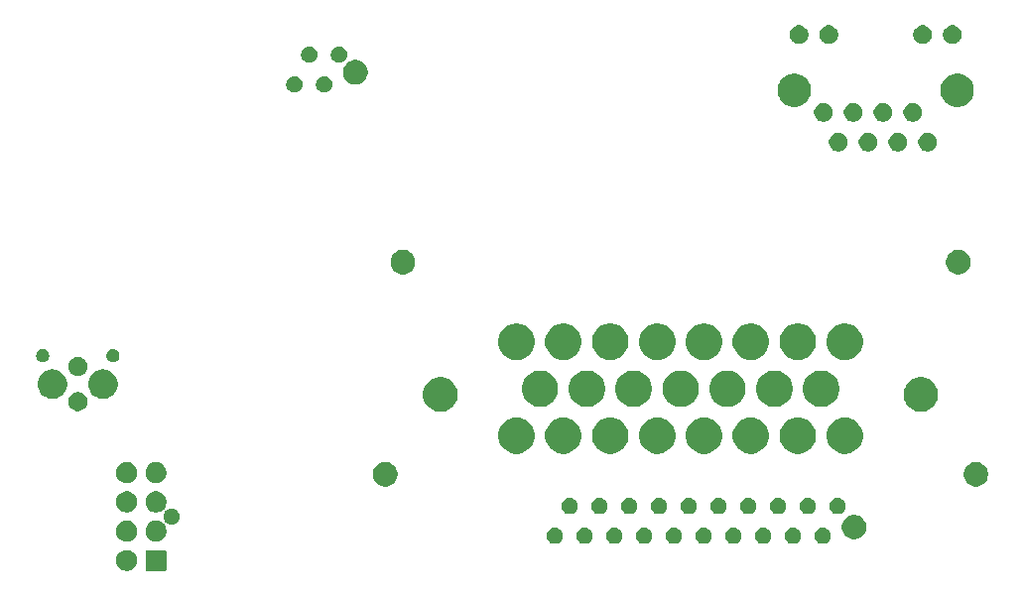
<source format=gbs>
G04 #@! TF.GenerationSoftware,KiCad,Pcbnew,5.0.2-bee76a0~70~ubuntu18.04.1*
G04 #@! TF.CreationDate,2019-04-11T23:01:23-04:00*
G04 #@! TF.ProjectId,interface_rev2,696e7465-7266-4616-9365-5f726576322e,rev?*
G04 #@! TF.SameCoordinates,Original*
G04 #@! TF.FileFunction,Soldermask,Bot*
G04 #@! TF.FilePolarity,Negative*
%FSLAX46Y46*%
G04 Gerber Fmt 4.6, Leading zero omitted, Abs format (unit mm)*
G04 Created by KiCad (PCBNEW 5.0.2-bee76a0~70~ubuntu18.04.1) date Thu 11 Apr 2019 11:01:23 PM EDT*
%MOMM*%
%LPD*%
G01*
G04 APERTURE LIST*
%ADD10C,2.000000*%
G04 APERTURE END LIST*
D10*
G36*
X123885100Y-125467989D02*
X123918149Y-125478014D01*
X123948606Y-125494294D01*
X123975299Y-125516201D01*
X123997206Y-125542894D01*
X124013486Y-125573351D01*
X124023511Y-125606400D01*
X124027500Y-125646904D01*
X124027500Y-127083096D01*
X124023511Y-127123600D01*
X124013486Y-127156649D01*
X123997206Y-127187106D01*
X123975299Y-127213799D01*
X123948606Y-127235706D01*
X123918149Y-127251986D01*
X123885100Y-127262011D01*
X123844596Y-127266000D01*
X122408404Y-127266000D01*
X122367900Y-127262011D01*
X122334851Y-127251986D01*
X122304394Y-127235706D01*
X122277701Y-127213799D01*
X122255794Y-127187106D01*
X122239514Y-127156649D01*
X122229489Y-127123600D01*
X122225500Y-127083096D01*
X122225500Y-125646904D01*
X122229489Y-125606400D01*
X122239514Y-125573351D01*
X122255794Y-125542894D01*
X122277701Y-125516201D01*
X122304394Y-125494294D01*
X122334851Y-125478014D01*
X122367900Y-125467989D01*
X122408404Y-125464000D01*
X123844596Y-125464000D01*
X123885100Y-125467989D01*
X123885100Y-125467989D01*
G37*
G36*
X120889312Y-125498624D02*
X121053284Y-125566544D01*
X121200854Y-125665147D01*
X121326353Y-125790646D01*
X121424956Y-125938216D01*
X121492876Y-126102188D01*
X121527500Y-126276259D01*
X121527500Y-126453741D01*
X121492876Y-126627812D01*
X121424956Y-126791784D01*
X121326353Y-126939354D01*
X121200854Y-127064853D01*
X121053284Y-127163456D01*
X120889312Y-127231376D01*
X120715241Y-127266000D01*
X120537759Y-127266000D01*
X120363688Y-127231376D01*
X120199716Y-127163456D01*
X120052146Y-127064853D01*
X119926647Y-126939354D01*
X119828044Y-126791784D01*
X119760124Y-126627812D01*
X119725500Y-126453741D01*
X119725500Y-126276259D01*
X119760124Y-126102188D01*
X119828044Y-125938216D01*
X119926647Y-125790646D01*
X120052146Y-125665147D01*
X120199716Y-125566544D01*
X120363688Y-125498624D01*
X120537759Y-125464000D01*
X120715241Y-125464000D01*
X120889312Y-125498624D01*
X120889312Y-125498624D01*
G37*
G36*
X177683972Y-123573438D02*
X177811549Y-123626282D01*
X177926365Y-123703000D01*
X178024000Y-123800635D01*
X178100718Y-123915451D01*
X178153562Y-124043028D01*
X178180500Y-124178456D01*
X178180500Y-124316544D01*
X178153562Y-124451972D01*
X178100718Y-124579549D01*
X178024000Y-124694365D01*
X177926365Y-124792000D01*
X177811549Y-124868718D01*
X177683972Y-124921562D01*
X177548544Y-124948500D01*
X177410456Y-124948500D01*
X177275028Y-124921562D01*
X177147451Y-124868718D01*
X177032635Y-124792000D01*
X176935000Y-124694365D01*
X176858282Y-124579549D01*
X176805438Y-124451972D01*
X176778500Y-124316544D01*
X176778500Y-124178456D01*
X176805438Y-124043028D01*
X176858282Y-123915451D01*
X176935000Y-123800635D01*
X177032635Y-123703000D01*
X177147451Y-123626282D01*
X177275028Y-123573438D01*
X177410456Y-123546500D01*
X177548544Y-123546500D01*
X177683972Y-123573438D01*
X177683972Y-123573438D01*
G37*
G36*
X175143972Y-123573438D02*
X175271549Y-123626282D01*
X175386365Y-123703000D01*
X175484000Y-123800635D01*
X175560718Y-123915451D01*
X175613562Y-124043028D01*
X175640500Y-124178456D01*
X175640500Y-124316544D01*
X175613562Y-124451972D01*
X175560718Y-124579549D01*
X175484000Y-124694365D01*
X175386365Y-124792000D01*
X175271549Y-124868718D01*
X175143972Y-124921562D01*
X175008544Y-124948500D01*
X174870456Y-124948500D01*
X174735028Y-124921562D01*
X174607451Y-124868718D01*
X174492635Y-124792000D01*
X174395000Y-124694365D01*
X174318282Y-124579549D01*
X174265438Y-124451972D01*
X174238500Y-124316544D01*
X174238500Y-124178456D01*
X174265438Y-124043028D01*
X174318282Y-123915451D01*
X174395000Y-123800635D01*
X174492635Y-123703000D01*
X174607451Y-123626282D01*
X174735028Y-123573438D01*
X174870456Y-123546500D01*
X175008544Y-123546500D01*
X175143972Y-123573438D01*
X175143972Y-123573438D01*
G37*
G36*
X172603972Y-123573438D02*
X172731549Y-123626282D01*
X172846365Y-123703000D01*
X172944000Y-123800635D01*
X173020718Y-123915451D01*
X173073562Y-124043028D01*
X173100500Y-124178456D01*
X173100500Y-124316544D01*
X173073562Y-124451972D01*
X173020718Y-124579549D01*
X172944000Y-124694365D01*
X172846365Y-124792000D01*
X172731549Y-124868718D01*
X172603972Y-124921562D01*
X172468544Y-124948500D01*
X172330456Y-124948500D01*
X172195028Y-124921562D01*
X172067451Y-124868718D01*
X171952635Y-124792000D01*
X171855000Y-124694365D01*
X171778282Y-124579549D01*
X171725438Y-124451972D01*
X171698500Y-124316544D01*
X171698500Y-124178456D01*
X171725438Y-124043028D01*
X171778282Y-123915451D01*
X171855000Y-123800635D01*
X171952635Y-123703000D01*
X172067451Y-123626282D01*
X172195028Y-123573438D01*
X172330456Y-123546500D01*
X172468544Y-123546500D01*
X172603972Y-123573438D01*
X172603972Y-123573438D01*
G37*
G36*
X170063972Y-123573438D02*
X170191549Y-123626282D01*
X170306365Y-123703000D01*
X170404000Y-123800635D01*
X170480718Y-123915451D01*
X170533562Y-124043028D01*
X170560500Y-124178456D01*
X170560500Y-124316544D01*
X170533562Y-124451972D01*
X170480718Y-124579549D01*
X170404000Y-124694365D01*
X170306365Y-124792000D01*
X170191549Y-124868718D01*
X170063972Y-124921562D01*
X169928544Y-124948500D01*
X169790456Y-124948500D01*
X169655028Y-124921562D01*
X169527451Y-124868718D01*
X169412635Y-124792000D01*
X169315000Y-124694365D01*
X169238282Y-124579549D01*
X169185438Y-124451972D01*
X169158500Y-124316544D01*
X169158500Y-124178456D01*
X169185438Y-124043028D01*
X169238282Y-123915451D01*
X169315000Y-123800635D01*
X169412635Y-123703000D01*
X169527451Y-123626282D01*
X169655028Y-123573438D01*
X169790456Y-123546500D01*
X169928544Y-123546500D01*
X170063972Y-123573438D01*
X170063972Y-123573438D01*
G37*
G36*
X167523972Y-123573438D02*
X167651549Y-123626282D01*
X167766365Y-123703000D01*
X167864000Y-123800635D01*
X167940718Y-123915451D01*
X167993562Y-124043028D01*
X168020500Y-124178456D01*
X168020500Y-124316544D01*
X167993562Y-124451972D01*
X167940718Y-124579549D01*
X167864000Y-124694365D01*
X167766365Y-124792000D01*
X167651549Y-124868718D01*
X167523972Y-124921562D01*
X167388544Y-124948500D01*
X167250456Y-124948500D01*
X167115028Y-124921562D01*
X166987451Y-124868718D01*
X166872635Y-124792000D01*
X166775000Y-124694365D01*
X166698282Y-124579549D01*
X166645438Y-124451972D01*
X166618500Y-124316544D01*
X166618500Y-124178456D01*
X166645438Y-124043028D01*
X166698282Y-123915451D01*
X166775000Y-123800635D01*
X166872635Y-123703000D01*
X166987451Y-123626282D01*
X167115028Y-123573438D01*
X167250456Y-123546500D01*
X167388544Y-123546500D01*
X167523972Y-123573438D01*
X167523972Y-123573438D01*
G37*
G36*
X164983972Y-123573438D02*
X165111549Y-123626282D01*
X165226365Y-123703000D01*
X165324000Y-123800635D01*
X165400718Y-123915451D01*
X165453562Y-124043028D01*
X165480500Y-124178456D01*
X165480500Y-124316544D01*
X165453562Y-124451972D01*
X165400718Y-124579549D01*
X165324000Y-124694365D01*
X165226365Y-124792000D01*
X165111549Y-124868718D01*
X164983972Y-124921562D01*
X164848544Y-124948500D01*
X164710456Y-124948500D01*
X164575028Y-124921562D01*
X164447451Y-124868718D01*
X164332635Y-124792000D01*
X164235000Y-124694365D01*
X164158282Y-124579549D01*
X164105438Y-124451972D01*
X164078500Y-124316544D01*
X164078500Y-124178456D01*
X164105438Y-124043028D01*
X164158282Y-123915451D01*
X164235000Y-123800635D01*
X164332635Y-123703000D01*
X164447451Y-123626282D01*
X164575028Y-123573438D01*
X164710456Y-123546500D01*
X164848544Y-123546500D01*
X164983972Y-123573438D01*
X164983972Y-123573438D01*
G37*
G36*
X162443972Y-123573438D02*
X162571549Y-123626282D01*
X162686365Y-123703000D01*
X162784000Y-123800635D01*
X162860718Y-123915451D01*
X162913562Y-124043028D01*
X162940500Y-124178456D01*
X162940500Y-124316544D01*
X162913562Y-124451972D01*
X162860718Y-124579549D01*
X162784000Y-124694365D01*
X162686365Y-124792000D01*
X162571549Y-124868718D01*
X162443972Y-124921562D01*
X162308544Y-124948500D01*
X162170456Y-124948500D01*
X162035028Y-124921562D01*
X161907451Y-124868718D01*
X161792635Y-124792000D01*
X161695000Y-124694365D01*
X161618282Y-124579549D01*
X161565438Y-124451972D01*
X161538500Y-124316544D01*
X161538500Y-124178456D01*
X161565438Y-124043028D01*
X161618282Y-123915451D01*
X161695000Y-123800635D01*
X161792635Y-123703000D01*
X161907451Y-123626282D01*
X162035028Y-123573438D01*
X162170456Y-123546500D01*
X162308544Y-123546500D01*
X162443972Y-123573438D01*
X162443972Y-123573438D01*
G37*
G36*
X159903972Y-123573438D02*
X160031549Y-123626282D01*
X160146365Y-123703000D01*
X160244000Y-123800635D01*
X160320718Y-123915451D01*
X160373562Y-124043028D01*
X160400500Y-124178456D01*
X160400500Y-124316544D01*
X160373562Y-124451972D01*
X160320718Y-124579549D01*
X160244000Y-124694365D01*
X160146365Y-124792000D01*
X160031549Y-124868718D01*
X159903972Y-124921562D01*
X159768544Y-124948500D01*
X159630456Y-124948500D01*
X159495028Y-124921562D01*
X159367451Y-124868718D01*
X159252635Y-124792000D01*
X159155000Y-124694365D01*
X159078282Y-124579549D01*
X159025438Y-124451972D01*
X158998500Y-124316544D01*
X158998500Y-124178456D01*
X159025438Y-124043028D01*
X159078282Y-123915451D01*
X159155000Y-123800635D01*
X159252635Y-123703000D01*
X159367451Y-123626282D01*
X159495028Y-123573438D01*
X159630456Y-123546500D01*
X159768544Y-123546500D01*
X159903972Y-123573438D01*
X159903972Y-123573438D01*
G37*
G36*
X157363972Y-123573438D02*
X157491549Y-123626282D01*
X157606365Y-123703000D01*
X157704000Y-123800635D01*
X157780718Y-123915451D01*
X157833562Y-124043028D01*
X157860500Y-124178456D01*
X157860500Y-124316544D01*
X157833562Y-124451972D01*
X157780718Y-124579549D01*
X157704000Y-124694365D01*
X157606365Y-124792000D01*
X157491549Y-124868718D01*
X157363972Y-124921562D01*
X157228544Y-124948500D01*
X157090456Y-124948500D01*
X156955028Y-124921562D01*
X156827451Y-124868718D01*
X156712635Y-124792000D01*
X156615000Y-124694365D01*
X156538282Y-124579549D01*
X156485438Y-124451972D01*
X156458500Y-124316544D01*
X156458500Y-124178456D01*
X156485438Y-124043028D01*
X156538282Y-123915451D01*
X156615000Y-123800635D01*
X156712635Y-123703000D01*
X156827451Y-123626282D01*
X156955028Y-123573438D01*
X157090456Y-123546500D01*
X157228544Y-123546500D01*
X157363972Y-123573438D01*
X157363972Y-123573438D01*
G37*
G36*
X180223972Y-123573438D02*
X180351549Y-123626282D01*
X180466365Y-123703000D01*
X180564000Y-123800635D01*
X180640718Y-123915451D01*
X180693562Y-124043028D01*
X180720500Y-124178456D01*
X180720500Y-124316544D01*
X180693562Y-124451972D01*
X180640718Y-124579549D01*
X180564000Y-124694365D01*
X180466365Y-124792000D01*
X180351549Y-124868718D01*
X180223972Y-124921562D01*
X180088544Y-124948500D01*
X179950456Y-124948500D01*
X179815028Y-124921562D01*
X179687451Y-124868718D01*
X179572635Y-124792000D01*
X179475000Y-124694365D01*
X179398282Y-124579549D01*
X179345438Y-124451972D01*
X179318500Y-124316544D01*
X179318500Y-124178456D01*
X179345438Y-124043028D01*
X179398282Y-123915451D01*
X179475000Y-123800635D01*
X179572635Y-123703000D01*
X179687451Y-123626282D01*
X179815028Y-123573438D01*
X179950456Y-123546500D01*
X180088544Y-123546500D01*
X180223972Y-123573438D01*
X180223972Y-123573438D01*
G37*
G36*
X120889312Y-122998624D02*
X121053284Y-123066544D01*
X121200854Y-123165147D01*
X121326353Y-123290646D01*
X121424956Y-123438216D01*
X121492876Y-123602188D01*
X121527500Y-123776259D01*
X121527500Y-123953741D01*
X121492876Y-124127812D01*
X121424956Y-124291784D01*
X121326353Y-124439354D01*
X121200854Y-124564853D01*
X121053284Y-124663456D01*
X120889312Y-124731376D01*
X120715241Y-124766000D01*
X120537759Y-124766000D01*
X120363688Y-124731376D01*
X120199716Y-124663456D01*
X120052146Y-124564853D01*
X119926647Y-124439354D01*
X119828044Y-124291784D01*
X119760124Y-124127812D01*
X119725500Y-123953741D01*
X119725500Y-123776259D01*
X119760124Y-123602188D01*
X119828044Y-123438216D01*
X119926647Y-123290646D01*
X120052146Y-123165147D01*
X120199716Y-123066544D01*
X120363688Y-122998624D01*
X120537759Y-122964000D01*
X120715241Y-122964000D01*
X120889312Y-122998624D01*
X120889312Y-122998624D01*
G37*
G36*
X123389312Y-120498624D02*
X123553284Y-120566544D01*
X123700854Y-120665147D01*
X123826353Y-120790646D01*
X123924956Y-120938216D01*
X123992876Y-121102188D01*
X124027500Y-121276259D01*
X124027500Y-121453741D01*
X123992876Y-121627812D01*
X123924956Y-121791784D01*
X123861275Y-121887090D01*
X123849729Y-121908690D01*
X123842616Y-121932140D01*
X123840214Y-121956526D01*
X123842616Y-121980912D01*
X123849729Y-122004361D01*
X123861280Y-122025972D01*
X123876826Y-122044914D01*
X123895768Y-122060460D01*
X123917378Y-122072011D01*
X123940828Y-122079124D01*
X123965214Y-122081526D01*
X123989600Y-122079124D01*
X124013049Y-122072011D01*
X124034660Y-122060460D01*
X124134451Y-121993782D01*
X124262028Y-121940938D01*
X124397456Y-121914000D01*
X124535544Y-121914000D01*
X124670972Y-121940938D01*
X124798549Y-121993782D01*
X124913365Y-122070500D01*
X125011000Y-122168135D01*
X125087718Y-122282951D01*
X125140562Y-122410528D01*
X125167500Y-122545956D01*
X125167500Y-122684044D01*
X125140562Y-122819472D01*
X125087718Y-122947049D01*
X125011000Y-123061865D01*
X124913365Y-123159500D01*
X124798549Y-123236218D01*
X124670972Y-123289062D01*
X124535544Y-123316000D01*
X124397456Y-123316000D01*
X124262028Y-123289062D01*
X124134451Y-123236218D01*
X124034660Y-123169540D01*
X124013049Y-123157989D01*
X123989600Y-123150876D01*
X123965214Y-123148474D01*
X123940827Y-123150876D01*
X123917378Y-123157989D01*
X123895767Y-123169540D01*
X123876825Y-123185086D01*
X123861280Y-123204028D01*
X123849729Y-123225639D01*
X123842616Y-123249088D01*
X123840214Y-123273474D01*
X123842616Y-123297861D01*
X123849729Y-123321310D01*
X123861275Y-123342910D01*
X123924956Y-123438216D01*
X123992876Y-123602188D01*
X124027500Y-123776259D01*
X124027500Y-123953741D01*
X123992876Y-124127812D01*
X123924956Y-124291784D01*
X123826353Y-124439354D01*
X123700854Y-124564853D01*
X123553284Y-124663456D01*
X123389312Y-124731376D01*
X123215241Y-124766000D01*
X123037759Y-124766000D01*
X122863688Y-124731376D01*
X122699716Y-124663456D01*
X122552146Y-124564853D01*
X122426647Y-124439354D01*
X122328044Y-124291784D01*
X122260124Y-124127812D01*
X122225500Y-123953741D01*
X122225500Y-123776259D01*
X122260124Y-123602188D01*
X122328044Y-123438216D01*
X122426647Y-123290646D01*
X122552146Y-123165147D01*
X122699716Y-123066544D01*
X122863688Y-122998624D01*
X123037759Y-122964000D01*
X123215241Y-122964000D01*
X123389312Y-122998624D01*
X123553284Y-123066544D01*
X123700854Y-123165147D01*
X123700858Y-123165151D01*
X123702531Y-123166269D01*
X123724141Y-123177820D01*
X123747591Y-123184933D01*
X123771977Y-123187335D01*
X123796363Y-123184933D01*
X123819812Y-123177820D01*
X123841423Y-123166269D01*
X123860365Y-123150723D01*
X123875911Y-123131781D01*
X123887462Y-123110171D01*
X123894575Y-123086721D01*
X123896977Y-123062335D01*
X123894575Y-123037949D01*
X123887462Y-123014500D01*
X123875911Y-122992889D01*
X123845282Y-122947049D01*
X123792438Y-122819472D01*
X123765500Y-122684044D01*
X123765500Y-122545956D01*
X123792438Y-122410528D01*
X123845282Y-122282951D01*
X123875911Y-122237111D01*
X123887462Y-122215500D01*
X123894575Y-122192051D01*
X123896977Y-122167664D01*
X123894575Y-122143278D01*
X123887462Y-122119829D01*
X123875910Y-122098218D01*
X123860365Y-122079276D01*
X123841423Y-122063731D01*
X123819812Y-122052180D01*
X123796363Y-122045067D01*
X123771976Y-122042665D01*
X123747590Y-122045067D01*
X123724141Y-122052180D01*
X123702531Y-122063731D01*
X123700858Y-122064849D01*
X123700854Y-122064853D01*
X123553284Y-122163456D01*
X123389312Y-122231376D01*
X123215241Y-122266000D01*
X123037759Y-122266000D01*
X122863688Y-122231376D01*
X122699716Y-122163456D01*
X122552146Y-122064853D01*
X122426647Y-121939354D01*
X122328044Y-121791784D01*
X122260124Y-121627812D01*
X122225500Y-121453741D01*
X122225500Y-121276259D01*
X122260124Y-121102188D01*
X122328044Y-120938216D01*
X122426647Y-120790646D01*
X122552146Y-120665147D01*
X122699716Y-120566544D01*
X122863688Y-120498624D01*
X123037759Y-120464000D01*
X123215241Y-120464000D01*
X123389312Y-120498624D01*
X123389312Y-120498624D01*
G37*
G36*
X182996065Y-122496889D02*
X183187334Y-122576115D01*
X183359476Y-122691137D01*
X183505863Y-122837524D01*
X183620885Y-123009666D01*
X183700111Y-123200935D01*
X183740500Y-123403984D01*
X183740500Y-123611016D01*
X183700111Y-123814065D01*
X183620885Y-124005334D01*
X183505863Y-124177476D01*
X183359476Y-124323863D01*
X183187334Y-124438885D01*
X182996065Y-124518111D01*
X182793016Y-124558500D01*
X182585984Y-124558500D01*
X182382935Y-124518111D01*
X182191666Y-124438885D01*
X182019524Y-124323863D01*
X181873137Y-124177476D01*
X181758115Y-124005334D01*
X181678889Y-123814065D01*
X181638500Y-123611016D01*
X181638500Y-123403984D01*
X181678889Y-123200935D01*
X181758115Y-123009666D01*
X181873137Y-122837524D01*
X182019524Y-122691137D01*
X182191666Y-122576115D01*
X182382935Y-122496889D01*
X182585984Y-122456500D01*
X182793016Y-122456500D01*
X182996065Y-122496889D01*
X182996065Y-122496889D01*
G37*
G36*
X168793972Y-121033438D02*
X168921549Y-121086282D01*
X169036365Y-121163000D01*
X169134000Y-121260635D01*
X169210718Y-121375451D01*
X169263562Y-121503028D01*
X169290500Y-121638456D01*
X169290500Y-121776544D01*
X169263562Y-121911972D01*
X169210718Y-122039549D01*
X169134000Y-122154365D01*
X169036365Y-122252000D01*
X168921549Y-122328718D01*
X168793972Y-122381562D01*
X168658544Y-122408500D01*
X168520456Y-122408500D01*
X168385028Y-122381562D01*
X168257451Y-122328718D01*
X168142635Y-122252000D01*
X168045000Y-122154365D01*
X167968282Y-122039549D01*
X167915438Y-121911972D01*
X167888500Y-121776544D01*
X167888500Y-121638456D01*
X167915438Y-121503028D01*
X167968282Y-121375451D01*
X168045000Y-121260635D01*
X168142635Y-121163000D01*
X168257451Y-121086282D01*
X168385028Y-121033438D01*
X168520456Y-121006500D01*
X168658544Y-121006500D01*
X168793972Y-121033438D01*
X168793972Y-121033438D01*
G37*
G36*
X171333972Y-121033438D02*
X171461549Y-121086282D01*
X171576365Y-121163000D01*
X171674000Y-121260635D01*
X171750718Y-121375451D01*
X171803562Y-121503028D01*
X171830500Y-121638456D01*
X171830500Y-121776544D01*
X171803562Y-121911972D01*
X171750718Y-122039549D01*
X171674000Y-122154365D01*
X171576365Y-122252000D01*
X171461549Y-122328718D01*
X171333972Y-122381562D01*
X171198544Y-122408500D01*
X171060456Y-122408500D01*
X170925028Y-122381562D01*
X170797451Y-122328718D01*
X170682635Y-122252000D01*
X170585000Y-122154365D01*
X170508282Y-122039549D01*
X170455438Y-121911972D01*
X170428500Y-121776544D01*
X170428500Y-121638456D01*
X170455438Y-121503028D01*
X170508282Y-121375451D01*
X170585000Y-121260635D01*
X170682635Y-121163000D01*
X170797451Y-121086282D01*
X170925028Y-121033438D01*
X171060456Y-121006500D01*
X171198544Y-121006500D01*
X171333972Y-121033438D01*
X171333972Y-121033438D01*
G37*
G36*
X173873972Y-121033438D02*
X174001549Y-121086282D01*
X174116365Y-121163000D01*
X174214000Y-121260635D01*
X174290718Y-121375451D01*
X174343562Y-121503028D01*
X174370500Y-121638456D01*
X174370500Y-121776544D01*
X174343562Y-121911972D01*
X174290718Y-122039549D01*
X174214000Y-122154365D01*
X174116365Y-122252000D01*
X174001549Y-122328718D01*
X173873972Y-122381562D01*
X173738544Y-122408500D01*
X173600456Y-122408500D01*
X173465028Y-122381562D01*
X173337451Y-122328718D01*
X173222635Y-122252000D01*
X173125000Y-122154365D01*
X173048282Y-122039549D01*
X172995438Y-121911972D01*
X172968500Y-121776544D01*
X172968500Y-121638456D01*
X172995438Y-121503028D01*
X173048282Y-121375451D01*
X173125000Y-121260635D01*
X173222635Y-121163000D01*
X173337451Y-121086282D01*
X173465028Y-121033438D01*
X173600456Y-121006500D01*
X173738544Y-121006500D01*
X173873972Y-121033438D01*
X173873972Y-121033438D01*
G37*
G36*
X158633972Y-121033438D02*
X158761549Y-121086282D01*
X158876365Y-121163000D01*
X158974000Y-121260635D01*
X159050718Y-121375451D01*
X159103562Y-121503028D01*
X159130500Y-121638456D01*
X159130500Y-121776544D01*
X159103562Y-121911972D01*
X159050718Y-122039549D01*
X158974000Y-122154365D01*
X158876365Y-122252000D01*
X158761549Y-122328718D01*
X158633972Y-122381562D01*
X158498544Y-122408500D01*
X158360456Y-122408500D01*
X158225028Y-122381562D01*
X158097451Y-122328718D01*
X157982635Y-122252000D01*
X157885000Y-122154365D01*
X157808282Y-122039549D01*
X157755438Y-121911972D01*
X157728500Y-121776544D01*
X157728500Y-121638456D01*
X157755438Y-121503028D01*
X157808282Y-121375451D01*
X157885000Y-121260635D01*
X157982635Y-121163000D01*
X158097451Y-121086282D01*
X158225028Y-121033438D01*
X158360456Y-121006500D01*
X158498544Y-121006500D01*
X158633972Y-121033438D01*
X158633972Y-121033438D01*
G37*
G36*
X176413972Y-121033438D02*
X176541549Y-121086282D01*
X176656365Y-121163000D01*
X176754000Y-121260635D01*
X176830718Y-121375451D01*
X176883562Y-121503028D01*
X176910500Y-121638456D01*
X176910500Y-121776544D01*
X176883562Y-121911972D01*
X176830718Y-122039549D01*
X176754000Y-122154365D01*
X176656365Y-122252000D01*
X176541549Y-122328718D01*
X176413972Y-122381562D01*
X176278544Y-122408500D01*
X176140456Y-122408500D01*
X176005028Y-122381562D01*
X175877451Y-122328718D01*
X175762635Y-122252000D01*
X175665000Y-122154365D01*
X175588282Y-122039549D01*
X175535438Y-121911972D01*
X175508500Y-121776544D01*
X175508500Y-121638456D01*
X175535438Y-121503028D01*
X175588282Y-121375451D01*
X175665000Y-121260635D01*
X175762635Y-121163000D01*
X175877451Y-121086282D01*
X176005028Y-121033438D01*
X176140456Y-121006500D01*
X176278544Y-121006500D01*
X176413972Y-121033438D01*
X176413972Y-121033438D01*
G37*
G36*
X163713972Y-121033438D02*
X163841549Y-121086282D01*
X163956365Y-121163000D01*
X164054000Y-121260635D01*
X164130718Y-121375451D01*
X164183562Y-121503028D01*
X164210500Y-121638456D01*
X164210500Y-121776544D01*
X164183562Y-121911972D01*
X164130718Y-122039549D01*
X164054000Y-122154365D01*
X163956365Y-122252000D01*
X163841549Y-122328718D01*
X163713972Y-122381562D01*
X163578544Y-122408500D01*
X163440456Y-122408500D01*
X163305028Y-122381562D01*
X163177451Y-122328718D01*
X163062635Y-122252000D01*
X162965000Y-122154365D01*
X162888282Y-122039549D01*
X162835438Y-121911972D01*
X162808500Y-121776544D01*
X162808500Y-121638456D01*
X162835438Y-121503028D01*
X162888282Y-121375451D01*
X162965000Y-121260635D01*
X163062635Y-121163000D01*
X163177451Y-121086282D01*
X163305028Y-121033438D01*
X163440456Y-121006500D01*
X163578544Y-121006500D01*
X163713972Y-121033438D01*
X163713972Y-121033438D01*
G37*
G36*
X181493972Y-121033438D02*
X181621549Y-121086282D01*
X181736365Y-121163000D01*
X181834000Y-121260635D01*
X181910718Y-121375451D01*
X181963562Y-121503028D01*
X181990500Y-121638456D01*
X181990500Y-121776544D01*
X181963562Y-121911972D01*
X181910718Y-122039549D01*
X181834000Y-122154365D01*
X181736365Y-122252000D01*
X181621549Y-122328718D01*
X181493972Y-122381562D01*
X181358544Y-122408500D01*
X181220456Y-122408500D01*
X181085028Y-122381562D01*
X180957451Y-122328718D01*
X180842635Y-122252000D01*
X180745000Y-122154365D01*
X180668282Y-122039549D01*
X180615438Y-121911972D01*
X180588500Y-121776544D01*
X180588500Y-121638456D01*
X180615438Y-121503028D01*
X180668282Y-121375451D01*
X180745000Y-121260635D01*
X180842635Y-121163000D01*
X180957451Y-121086282D01*
X181085028Y-121033438D01*
X181220456Y-121006500D01*
X181358544Y-121006500D01*
X181493972Y-121033438D01*
X181493972Y-121033438D01*
G37*
G36*
X166253972Y-121033438D02*
X166381549Y-121086282D01*
X166496365Y-121163000D01*
X166594000Y-121260635D01*
X166670718Y-121375451D01*
X166723562Y-121503028D01*
X166750500Y-121638456D01*
X166750500Y-121776544D01*
X166723562Y-121911972D01*
X166670718Y-122039549D01*
X166594000Y-122154365D01*
X166496365Y-122252000D01*
X166381549Y-122328718D01*
X166253972Y-122381562D01*
X166118544Y-122408500D01*
X165980456Y-122408500D01*
X165845028Y-122381562D01*
X165717451Y-122328718D01*
X165602635Y-122252000D01*
X165505000Y-122154365D01*
X165428282Y-122039549D01*
X165375438Y-121911972D01*
X165348500Y-121776544D01*
X165348500Y-121638456D01*
X165375438Y-121503028D01*
X165428282Y-121375451D01*
X165505000Y-121260635D01*
X165602635Y-121163000D01*
X165717451Y-121086282D01*
X165845028Y-121033438D01*
X165980456Y-121006500D01*
X166118544Y-121006500D01*
X166253972Y-121033438D01*
X166253972Y-121033438D01*
G37*
G36*
X178953972Y-121033438D02*
X179081549Y-121086282D01*
X179196365Y-121163000D01*
X179294000Y-121260635D01*
X179370718Y-121375451D01*
X179423562Y-121503028D01*
X179450500Y-121638456D01*
X179450500Y-121776544D01*
X179423562Y-121911972D01*
X179370718Y-122039549D01*
X179294000Y-122154365D01*
X179196365Y-122252000D01*
X179081549Y-122328718D01*
X178953972Y-122381562D01*
X178818544Y-122408500D01*
X178680456Y-122408500D01*
X178545028Y-122381562D01*
X178417451Y-122328718D01*
X178302635Y-122252000D01*
X178205000Y-122154365D01*
X178128282Y-122039549D01*
X178075438Y-121911972D01*
X178048500Y-121776544D01*
X178048500Y-121638456D01*
X178075438Y-121503028D01*
X178128282Y-121375451D01*
X178205000Y-121260635D01*
X178302635Y-121163000D01*
X178417451Y-121086282D01*
X178545028Y-121033438D01*
X178680456Y-121006500D01*
X178818544Y-121006500D01*
X178953972Y-121033438D01*
X178953972Y-121033438D01*
G37*
G36*
X161173972Y-121033438D02*
X161301549Y-121086282D01*
X161416365Y-121163000D01*
X161514000Y-121260635D01*
X161590718Y-121375451D01*
X161643562Y-121503028D01*
X161670500Y-121638456D01*
X161670500Y-121776544D01*
X161643562Y-121911972D01*
X161590718Y-122039549D01*
X161514000Y-122154365D01*
X161416365Y-122252000D01*
X161301549Y-122328718D01*
X161173972Y-122381562D01*
X161038544Y-122408500D01*
X160900456Y-122408500D01*
X160765028Y-122381562D01*
X160637451Y-122328718D01*
X160522635Y-122252000D01*
X160425000Y-122154365D01*
X160348282Y-122039549D01*
X160295438Y-121911972D01*
X160268500Y-121776544D01*
X160268500Y-121638456D01*
X160295438Y-121503028D01*
X160348282Y-121375451D01*
X160425000Y-121260635D01*
X160522635Y-121163000D01*
X160637451Y-121086282D01*
X160765028Y-121033438D01*
X160900456Y-121006500D01*
X161038544Y-121006500D01*
X161173972Y-121033438D01*
X161173972Y-121033438D01*
G37*
G36*
X120889312Y-120498624D02*
X121053284Y-120566544D01*
X121200854Y-120665147D01*
X121326353Y-120790646D01*
X121424956Y-120938216D01*
X121492876Y-121102188D01*
X121527500Y-121276259D01*
X121527500Y-121453741D01*
X121492876Y-121627812D01*
X121424956Y-121791784D01*
X121326353Y-121939354D01*
X121200854Y-122064853D01*
X121053284Y-122163456D01*
X120889312Y-122231376D01*
X120715241Y-122266000D01*
X120537759Y-122266000D01*
X120363688Y-122231376D01*
X120199716Y-122163456D01*
X120052146Y-122064853D01*
X119926647Y-121939354D01*
X119828044Y-121791784D01*
X119760124Y-121627812D01*
X119725500Y-121453741D01*
X119725500Y-121276259D01*
X119760124Y-121102188D01*
X119828044Y-120938216D01*
X119926647Y-120790646D01*
X120052146Y-120665147D01*
X120199716Y-120566544D01*
X120363688Y-120498624D01*
X120537759Y-120464000D01*
X120715241Y-120464000D01*
X120889312Y-120498624D01*
X120889312Y-120498624D01*
G37*
G36*
X193401565Y-117985889D02*
X193592834Y-118065115D01*
X193764976Y-118180137D01*
X193911363Y-118326524D01*
X194026385Y-118498666D01*
X194105611Y-118689935D01*
X194146000Y-118892984D01*
X194146000Y-119100016D01*
X194105611Y-119303065D01*
X194026385Y-119494334D01*
X193911363Y-119666476D01*
X193764976Y-119812863D01*
X193592834Y-119927885D01*
X193401565Y-120007111D01*
X193198516Y-120047500D01*
X192991484Y-120047500D01*
X192788435Y-120007111D01*
X192597166Y-119927885D01*
X192425024Y-119812863D01*
X192278637Y-119666476D01*
X192163615Y-119494334D01*
X192084389Y-119303065D01*
X192044000Y-119100016D01*
X192044000Y-118892984D01*
X192084389Y-118689935D01*
X192163615Y-118498666D01*
X192278637Y-118326524D01*
X192425024Y-118180137D01*
X192597166Y-118065115D01*
X192788435Y-117985889D01*
X192991484Y-117945500D01*
X193198516Y-117945500D01*
X193401565Y-117985889D01*
X193401565Y-117985889D01*
G37*
G36*
X143001565Y-117985889D02*
X143192834Y-118065115D01*
X143364976Y-118180137D01*
X143511363Y-118326524D01*
X143626385Y-118498666D01*
X143705611Y-118689935D01*
X143746000Y-118892984D01*
X143746000Y-119100016D01*
X143705611Y-119303065D01*
X143626385Y-119494334D01*
X143511363Y-119666476D01*
X143364976Y-119812863D01*
X143192834Y-119927885D01*
X143001565Y-120007111D01*
X142798516Y-120047500D01*
X142591484Y-120047500D01*
X142388435Y-120007111D01*
X142197166Y-119927885D01*
X142025024Y-119812863D01*
X141878637Y-119666476D01*
X141763615Y-119494334D01*
X141684389Y-119303065D01*
X141644000Y-119100016D01*
X141644000Y-118892984D01*
X141684389Y-118689935D01*
X141763615Y-118498666D01*
X141878637Y-118326524D01*
X142025024Y-118180137D01*
X142197166Y-118065115D01*
X142388435Y-117985889D01*
X142591484Y-117945500D01*
X142798516Y-117945500D01*
X143001565Y-117985889D01*
X143001565Y-117985889D01*
G37*
G36*
X123389312Y-117998624D02*
X123553284Y-118066544D01*
X123700854Y-118165147D01*
X123826353Y-118290646D01*
X123924956Y-118438216D01*
X123992876Y-118602188D01*
X124027500Y-118776259D01*
X124027500Y-118953741D01*
X123992876Y-119127812D01*
X123924956Y-119291784D01*
X123826353Y-119439354D01*
X123700854Y-119564853D01*
X123553284Y-119663456D01*
X123389312Y-119731376D01*
X123215241Y-119766000D01*
X123037759Y-119766000D01*
X122863688Y-119731376D01*
X122699716Y-119663456D01*
X122552146Y-119564853D01*
X122426647Y-119439354D01*
X122328044Y-119291784D01*
X122260124Y-119127812D01*
X122225500Y-118953741D01*
X122225500Y-118776259D01*
X122260124Y-118602188D01*
X122328044Y-118438216D01*
X122426647Y-118290646D01*
X122552146Y-118165147D01*
X122699716Y-118066544D01*
X122863688Y-117998624D01*
X123037759Y-117964000D01*
X123215241Y-117964000D01*
X123389312Y-117998624D01*
X123389312Y-117998624D01*
G37*
G36*
X120889312Y-117998624D02*
X121053284Y-118066544D01*
X121200854Y-118165147D01*
X121326353Y-118290646D01*
X121424956Y-118438216D01*
X121492876Y-118602188D01*
X121527500Y-118776259D01*
X121527500Y-118953741D01*
X121492876Y-119127812D01*
X121424956Y-119291784D01*
X121326353Y-119439354D01*
X121200854Y-119564853D01*
X121053284Y-119663456D01*
X120889312Y-119731376D01*
X120715241Y-119766000D01*
X120537759Y-119766000D01*
X120363688Y-119731376D01*
X120199716Y-119663456D01*
X120052146Y-119564853D01*
X119926647Y-119439354D01*
X119828044Y-119291784D01*
X119760124Y-119127812D01*
X119725500Y-118953741D01*
X119725500Y-118776259D01*
X119760124Y-118602188D01*
X119828044Y-118438216D01*
X119926647Y-118290646D01*
X120052146Y-118165147D01*
X120199716Y-118066544D01*
X120363688Y-117998624D01*
X120537759Y-117964000D01*
X120715241Y-117964000D01*
X120889312Y-117998624D01*
X120889312Y-117998624D01*
G37*
G36*
X182247527Y-114185236D02*
X182347410Y-114205104D01*
X182629674Y-114322021D01*
X182883705Y-114491759D01*
X183099741Y-114707795D01*
X183269479Y-114961826D01*
X183386396Y-115244090D01*
X183446000Y-115543740D01*
X183446000Y-115849260D01*
X183386396Y-116148910D01*
X183269479Y-116431174D01*
X183099741Y-116685205D01*
X182883705Y-116901241D01*
X182629674Y-117070979D01*
X182347410Y-117187896D01*
X182247527Y-117207764D01*
X182047762Y-117247500D01*
X181742238Y-117247500D01*
X181542473Y-117207764D01*
X181442590Y-117187896D01*
X181160326Y-117070979D01*
X180906295Y-116901241D01*
X180690259Y-116685205D01*
X180520521Y-116431174D01*
X180403604Y-116148910D01*
X180344000Y-115849260D01*
X180344000Y-115543740D01*
X180403604Y-115244090D01*
X180520521Y-114961826D01*
X180690259Y-114707795D01*
X180906295Y-114491759D01*
X181160326Y-114322021D01*
X181442590Y-114205104D01*
X181542473Y-114185236D01*
X181742238Y-114145500D01*
X182047762Y-114145500D01*
X182247527Y-114185236D01*
X182247527Y-114185236D01*
G37*
G36*
X158247527Y-114185236D02*
X158347410Y-114205104D01*
X158629674Y-114322021D01*
X158883705Y-114491759D01*
X159099741Y-114707795D01*
X159269479Y-114961826D01*
X159386396Y-115244090D01*
X159446000Y-115543740D01*
X159446000Y-115849260D01*
X159386396Y-116148910D01*
X159269479Y-116431174D01*
X159099741Y-116685205D01*
X158883705Y-116901241D01*
X158629674Y-117070979D01*
X158347410Y-117187896D01*
X158247527Y-117207764D01*
X158047762Y-117247500D01*
X157742238Y-117247500D01*
X157542473Y-117207764D01*
X157442590Y-117187896D01*
X157160326Y-117070979D01*
X156906295Y-116901241D01*
X156690259Y-116685205D01*
X156520521Y-116431174D01*
X156403604Y-116148910D01*
X156344000Y-115849260D01*
X156344000Y-115543740D01*
X156403604Y-115244090D01*
X156520521Y-114961826D01*
X156690259Y-114707795D01*
X156906295Y-114491759D01*
X157160326Y-114322021D01*
X157442590Y-114205104D01*
X157542473Y-114185236D01*
X157742238Y-114145500D01*
X158047762Y-114145500D01*
X158247527Y-114185236D01*
X158247527Y-114185236D01*
G37*
G36*
X162247527Y-114185236D02*
X162347410Y-114205104D01*
X162629674Y-114322021D01*
X162883705Y-114491759D01*
X163099741Y-114707795D01*
X163269479Y-114961826D01*
X163386396Y-115244090D01*
X163446000Y-115543740D01*
X163446000Y-115849260D01*
X163386396Y-116148910D01*
X163269479Y-116431174D01*
X163099741Y-116685205D01*
X162883705Y-116901241D01*
X162629674Y-117070979D01*
X162347410Y-117187896D01*
X162247527Y-117207764D01*
X162047762Y-117247500D01*
X161742238Y-117247500D01*
X161542473Y-117207764D01*
X161442590Y-117187896D01*
X161160326Y-117070979D01*
X160906295Y-116901241D01*
X160690259Y-116685205D01*
X160520521Y-116431174D01*
X160403604Y-116148910D01*
X160344000Y-115849260D01*
X160344000Y-115543740D01*
X160403604Y-115244090D01*
X160520521Y-114961826D01*
X160690259Y-114707795D01*
X160906295Y-114491759D01*
X161160326Y-114322021D01*
X161442590Y-114205104D01*
X161542473Y-114185236D01*
X161742238Y-114145500D01*
X162047762Y-114145500D01*
X162247527Y-114185236D01*
X162247527Y-114185236D01*
G37*
G36*
X166247527Y-114185236D02*
X166347410Y-114205104D01*
X166629674Y-114322021D01*
X166883705Y-114491759D01*
X167099741Y-114707795D01*
X167269479Y-114961826D01*
X167386396Y-115244090D01*
X167446000Y-115543740D01*
X167446000Y-115849260D01*
X167386396Y-116148910D01*
X167269479Y-116431174D01*
X167099741Y-116685205D01*
X166883705Y-116901241D01*
X166629674Y-117070979D01*
X166347410Y-117187896D01*
X166247527Y-117207764D01*
X166047762Y-117247500D01*
X165742238Y-117247500D01*
X165542473Y-117207764D01*
X165442590Y-117187896D01*
X165160326Y-117070979D01*
X164906295Y-116901241D01*
X164690259Y-116685205D01*
X164520521Y-116431174D01*
X164403604Y-116148910D01*
X164344000Y-115849260D01*
X164344000Y-115543740D01*
X164403604Y-115244090D01*
X164520521Y-114961826D01*
X164690259Y-114707795D01*
X164906295Y-114491759D01*
X165160326Y-114322021D01*
X165442590Y-114205104D01*
X165542473Y-114185236D01*
X165742238Y-114145500D01*
X166047762Y-114145500D01*
X166247527Y-114185236D01*
X166247527Y-114185236D01*
G37*
G36*
X170247527Y-114185236D02*
X170347410Y-114205104D01*
X170629674Y-114322021D01*
X170883705Y-114491759D01*
X171099741Y-114707795D01*
X171269479Y-114961826D01*
X171386396Y-115244090D01*
X171446000Y-115543740D01*
X171446000Y-115849260D01*
X171386396Y-116148910D01*
X171269479Y-116431174D01*
X171099741Y-116685205D01*
X170883705Y-116901241D01*
X170629674Y-117070979D01*
X170347410Y-117187896D01*
X170247527Y-117207764D01*
X170047762Y-117247500D01*
X169742238Y-117247500D01*
X169542473Y-117207764D01*
X169442590Y-117187896D01*
X169160326Y-117070979D01*
X168906295Y-116901241D01*
X168690259Y-116685205D01*
X168520521Y-116431174D01*
X168403604Y-116148910D01*
X168344000Y-115849260D01*
X168344000Y-115543740D01*
X168403604Y-115244090D01*
X168520521Y-114961826D01*
X168690259Y-114707795D01*
X168906295Y-114491759D01*
X169160326Y-114322021D01*
X169442590Y-114205104D01*
X169542473Y-114185236D01*
X169742238Y-114145500D01*
X170047762Y-114145500D01*
X170247527Y-114185236D01*
X170247527Y-114185236D01*
G37*
G36*
X174247527Y-114185236D02*
X174347410Y-114205104D01*
X174629674Y-114322021D01*
X174883705Y-114491759D01*
X175099741Y-114707795D01*
X175269479Y-114961826D01*
X175386396Y-115244090D01*
X175446000Y-115543740D01*
X175446000Y-115849260D01*
X175386396Y-116148910D01*
X175269479Y-116431174D01*
X175099741Y-116685205D01*
X174883705Y-116901241D01*
X174629674Y-117070979D01*
X174347410Y-117187896D01*
X174247527Y-117207764D01*
X174047762Y-117247500D01*
X173742238Y-117247500D01*
X173542473Y-117207764D01*
X173442590Y-117187896D01*
X173160326Y-117070979D01*
X172906295Y-116901241D01*
X172690259Y-116685205D01*
X172520521Y-116431174D01*
X172403604Y-116148910D01*
X172344000Y-115849260D01*
X172344000Y-115543740D01*
X172403604Y-115244090D01*
X172520521Y-114961826D01*
X172690259Y-114707795D01*
X172906295Y-114491759D01*
X173160326Y-114322021D01*
X173442590Y-114205104D01*
X173542473Y-114185236D01*
X173742238Y-114145500D01*
X174047762Y-114145500D01*
X174247527Y-114185236D01*
X174247527Y-114185236D01*
G37*
G36*
X178247527Y-114185236D02*
X178347410Y-114205104D01*
X178629674Y-114322021D01*
X178883705Y-114491759D01*
X179099741Y-114707795D01*
X179269479Y-114961826D01*
X179386396Y-115244090D01*
X179446000Y-115543740D01*
X179446000Y-115849260D01*
X179386396Y-116148910D01*
X179269479Y-116431174D01*
X179099741Y-116685205D01*
X178883705Y-116901241D01*
X178629674Y-117070979D01*
X178347410Y-117187896D01*
X178247527Y-117207764D01*
X178047762Y-117247500D01*
X177742238Y-117247500D01*
X177542473Y-117207764D01*
X177442590Y-117187896D01*
X177160326Y-117070979D01*
X176906295Y-116901241D01*
X176690259Y-116685205D01*
X176520521Y-116431174D01*
X176403604Y-116148910D01*
X176344000Y-115849260D01*
X176344000Y-115543740D01*
X176403604Y-115244090D01*
X176520521Y-114961826D01*
X176690259Y-114707795D01*
X176906295Y-114491759D01*
X177160326Y-114322021D01*
X177442590Y-114205104D01*
X177542473Y-114185236D01*
X177742238Y-114145500D01*
X178047762Y-114145500D01*
X178247527Y-114185236D01*
X178247527Y-114185236D01*
G37*
G36*
X154247527Y-114185236D02*
X154347410Y-114205104D01*
X154629674Y-114322021D01*
X154883705Y-114491759D01*
X155099741Y-114707795D01*
X155269479Y-114961826D01*
X155386396Y-115244090D01*
X155446000Y-115543740D01*
X155446000Y-115849260D01*
X155386396Y-116148910D01*
X155269479Y-116431174D01*
X155099741Y-116685205D01*
X154883705Y-116901241D01*
X154629674Y-117070979D01*
X154347410Y-117187896D01*
X154247527Y-117207764D01*
X154047762Y-117247500D01*
X153742238Y-117247500D01*
X153542473Y-117207764D01*
X153442590Y-117187896D01*
X153160326Y-117070979D01*
X152906295Y-116901241D01*
X152690259Y-116685205D01*
X152520521Y-116431174D01*
X152403604Y-116148910D01*
X152344000Y-115849260D01*
X152344000Y-115543740D01*
X152403604Y-115244090D01*
X152520521Y-114961826D01*
X152690259Y-114707795D01*
X152906295Y-114491759D01*
X153160326Y-114322021D01*
X153442590Y-114205104D01*
X153542473Y-114185236D01*
X153742238Y-114145500D01*
X154047762Y-114145500D01*
X154247527Y-114185236D01*
X154247527Y-114185236D01*
G37*
G36*
X147825531Y-110777221D02*
X148094149Y-110888486D01*
X148335898Y-111050018D01*
X148541482Y-111255602D01*
X148703014Y-111497351D01*
X148814279Y-111765969D01*
X148871000Y-112051125D01*
X148871000Y-112341875D01*
X148814279Y-112627031D01*
X148703014Y-112895649D01*
X148541482Y-113137398D01*
X148335898Y-113342982D01*
X148094149Y-113504514D01*
X147825531Y-113615779D01*
X147540375Y-113672500D01*
X147249625Y-113672500D01*
X146964469Y-113615779D01*
X146695851Y-113504514D01*
X146454102Y-113342982D01*
X146248518Y-113137398D01*
X146086986Y-112895649D01*
X145975721Y-112627031D01*
X145919000Y-112341875D01*
X145919000Y-112051125D01*
X145975721Y-111765969D01*
X146086986Y-111497351D01*
X146248518Y-111255602D01*
X146454102Y-111050018D01*
X146695851Y-110888486D01*
X146964469Y-110777221D01*
X147249625Y-110720500D01*
X147540375Y-110720500D01*
X147825531Y-110777221D01*
X147825531Y-110777221D01*
G37*
G36*
X188825531Y-110777221D02*
X189094149Y-110888486D01*
X189335898Y-111050018D01*
X189541482Y-111255602D01*
X189703014Y-111497351D01*
X189814279Y-111765969D01*
X189871000Y-112051125D01*
X189871000Y-112341875D01*
X189814279Y-112627031D01*
X189703014Y-112895649D01*
X189541482Y-113137398D01*
X189335898Y-113342982D01*
X189094149Y-113504514D01*
X188825531Y-113615779D01*
X188540375Y-113672500D01*
X188249625Y-113672500D01*
X187964469Y-113615779D01*
X187695851Y-113504514D01*
X187454102Y-113342982D01*
X187248518Y-113137398D01*
X187086986Y-112895649D01*
X186975721Y-112627031D01*
X186919000Y-112341875D01*
X186919000Y-112051125D01*
X186975721Y-111765969D01*
X187086986Y-111497351D01*
X187248518Y-111255602D01*
X187454102Y-111050018D01*
X187695851Y-110888486D01*
X187964469Y-110777221D01*
X188249625Y-110720500D01*
X188540375Y-110720500D01*
X188825531Y-110777221D01*
X188825531Y-110777221D01*
G37*
G36*
X116696142Y-112019642D02*
X116844102Y-112080930D01*
X116879242Y-112104410D01*
X116945842Y-112148910D01*
X116977258Y-112169902D01*
X117090498Y-112283142D01*
X117179470Y-112416298D01*
X117240758Y-112564258D01*
X117272000Y-112721325D01*
X117272000Y-112881475D01*
X117240758Y-113038542D01*
X117179470Y-113186502D01*
X117090498Y-113319658D01*
X116977258Y-113432898D01*
X116844102Y-113521870D01*
X116696142Y-113583158D01*
X116539075Y-113614400D01*
X116378925Y-113614400D01*
X116221858Y-113583158D01*
X116073898Y-113521870D01*
X115940742Y-113432898D01*
X115827502Y-113319658D01*
X115738530Y-113186502D01*
X115677242Y-113038542D01*
X115646000Y-112881475D01*
X115646000Y-112721325D01*
X115677242Y-112564258D01*
X115738530Y-112416298D01*
X115827502Y-112283142D01*
X115940742Y-112169902D01*
X115972159Y-112148910D01*
X116038758Y-112104410D01*
X116073898Y-112080930D01*
X116221858Y-112019642D01*
X116378925Y-111988400D01*
X116539075Y-111988400D01*
X116696142Y-112019642D01*
X116696142Y-112019642D01*
G37*
G36*
X168247527Y-110185236D02*
X168347410Y-110205104D01*
X168629674Y-110322021D01*
X168883705Y-110491759D01*
X169099741Y-110707795D01*
X169269479Y-110961826D01*
X169386396Y-111244090D01*
X169446000Y-111543740D01*
X169446000Y-111849260D01*
X169386396Y-112148910D01*
X169269479Y-112431174D01*
X169099741Y-112685205D01*
X168883705Y-112901241D01*
X168629674Y-113070979D01*
X168347410Y-113187896D01*
X168247527Y-113207764D01*
X168047762Y-113247500D01*
X167742238Y-113247500D01*
X167542473Y-113207764D01*
X167442590Y-113187896D01*
X167160326Y-113070979D01*
X166906295Y-112901241D01*
X166690259Y-112685205D01*
X166520521Y-112431174D01*
X166403604Y-112148910D01*
X166344000Y-111849260D01*
X166344000Y-111543740D01*
X166403604Y-111244090D01*
X166520521Y-110961826D01*
X166690259Y-110707795D01*
X166906295Y-110491759D01*
X167160326Y-110322021D01*
X167442590Y-110205104D01*
X167542473Y-110185236D01*
X167742238Y-110145500D01*
X168047762Y-110145500D01*
X168247527Y-110185236D01*
X168247527Y-110185236D01*
G37*
G36*
X176247527Y-110185236D02*
X176347410Y-110205104D01*
X176629674Y-110322021D01*
X176883705Y-110491759D01*
X177099741Y-110707795D01*
X177269479Y-110961826D01*
X177386396Y-111244090D01*
X177446000Y-111543740D01*
X177446000Y-111849260D01*
X177386396Y-112148910D01*
X177269479Y-112431174D01*
X177099741Y-112685205D01*
X176883705Y-112901241D01*
X176629674Y-113070979D01*
X176347410Y-113187896D01*
X176247527Y-113207764D01*
X176047762Y-113247500D01*
X175742238Y-113247500D01*
X175542473Y-113207764D01*
X175442590Y-113187896D01*
X175160326Y-113070979D01*
X174906295Y-112901241D01*
X174690259Y-112685205D01*
X174520521Y-112431174D01*
X174403604Y-112148910D01*
X174344000Y-111849260D01*
X174344000Y-111543740D01*
X174403604Y-111244090D01*
X174520521Y-110961826D01*
X174690259Y-110707795D01*
X174906295Y-110491759D01*
X175160326Y-110322021D01*
X175442590Y-110205104D01*
X175542473Y-110185236D01*
X175742238Y-110145500D01*
X176047762Y-110145500D01*
X176247527Y-110185236D01*
X176247527Y-110185236D01*
G37*
G36*
X172247527Y-110185236D02*
X172347410Y-110205104D01*
X172629674Y-110322021D01*
X172883705Y-110491759D01*
X173099741Y-110707795D01*
X173269479Y-110961826D01*
X173386396Y-111244090D01*
X173446000Y-111543740D01*
X173446000Y-111849260D01*
X173386396Y-112148910D01*
X173269479Y-112431174D01*
X173099741Y-112685205D01*
X172883705Y-112901241D01*
X172629674Y-113070979D01*
X172347410Y-113187896D01*
X172247527Y-113207764D01*
X172047762Y-113247500D01*
X171742238Y-113247500D01*
X171542473Y-113207764D01*
X171442590Y-113187896D01*
X171160326Y-113070979D01*
X170906295Y-112901241D01*
X170690259Y-112685205D01*
X170520521Y-112431174D01*
X170403604Y-112148910D01*
X170344000Y-111849260D01*
X170344000Y-111543740D01*
X170403604Y-111244090D01*
X170520521Y-110961826D01*
X170690259Y-110707795D01*
X170906295Y-110491759D01*
X171160326Y-110322021D01*
X171442590Y-110205104D01*
X171542473Y-110185236D01*
X171742238Y-110145500D01*
X172047762Y-110145500D01*
X172247527Y-110185236D01*
X172247527Y-110185236D01*
G37*
G36*
X164247527Y-110185236D02*
X164347410Y-110205104D01*
X164629674Y-110322021D01*
X164883705Y-110491759D01*
X165099741Y-110707795D01*
X165269479Y-110961826D01*
X165386396Y-111244090D01*
X165446000Y-111543740D01*
X165446000Y-111849260D01*
X165386396Y-112148910D01*
X165269479Y-112431174D01*
X165099741Y-112685205D01*
X164883705Y-112901241D01*
X164629674Y-113070979D01*
X164347410Y-113187896D01*
X164247527Y-113207764D01*
X164047762Y-113247500D01*
X163742238Y-113247500D01*
X163542473Y-113207764D01*
X163442590Y-113187896D01*
X163160326Y-113070979D01*
X162906295Y-112901241D01*
X162690259Y-112685205D01*
X162520521Y-112431174D01*
X162403604Y-112148910D01*
X162344000Y-111849260D01*
X162344000Y-111543740D01*
X162403604Y-111244090D01*
X162520521Y-110961826D01*
X162690259Y-110707795D01*
X162906295Y-110491759D01*
X163160326Y-110322021D01*
X163442590Y-110205104D01*
X163542473Y-110185236D01*
X163742238Y-110145500D01*
X164047762Y-110145500D01*
X164247527Y-110185236D01*
X164247527Y-110185236D01*
G37*
G36*
X160247527Y-110185236D02*
X160347410Y-110205104D01*
X160629674Y-110322021D01*
X160883705Y-110491759D01*
X161099741Y-110707795D01*
X161269479Y-110961826D01*
X161386396Y-111244090D01*
X161446000Y-111543740D01*
X161446000Y-111849260D01*
X161386396Y-112148910D01*
X161269479Y-112431174D01*
X161099741Y-112685205D01*
X160883705Y-112901241D01*
X160629674Y-113070979D01*
X160347410Y-113187896D01*
X160247527Y-113207764D01*
X160047762Y-113247500D01*
X159742238Y-113247500D01*
X159542473Y-113207764D01*
X159442590Y-113187896D01*
X159160326Y-113070979D01*
X158906295Y-112901241D01*
X158690259Y-112685205D01*
X158520521Y-112431174D01*
X158403604Y-112148910D01*
X158344000Y-111849260D01*
X158344000Y-111543740D01*
X158403604Y-111244090D01*
X158520521Y-110961826D01*
X158690259Y-110707795D01*
X158906295Y-110491759D01*
X159160326Y-110322021D01*
X159442590Y-110205104D01*
X159542473Y-110185236D01*
X159742238Y-110145500D01*
X160047762Y-110145500D01*
X160247527Y-110185236D01*
X160247527Y-110185236D01*
G37*
G36*
X156247527Y-110185236D02*
X156347410Y-110205104D01*
X156629674Y-110322021D01*
X156883705Y-110491759D01*
X157099741Y-110707795D01*
X157269479Y-110961826D01*
X157386396Y-111244090D01*
X157446000Y-111543740D01*
X157446000Y-111849260D01*
X157386396Y-112148910D01*
X157269479Y-112431174D01*
X157099741Y-112685205D01*
X156883705Y-112901241D01*
X156629674Y-113070979D01*
X156347410Y-113187896D01*
X156247527Y-113207764D01*
X156047762Y-113247500D01*
X155742238Y-113247500D01*
X155542473Y-113207764D01*
X155442590Y-113187896D01*
X155160326Y-113070979D01*
X154906295Y-112901241D01*
X154690259Y-112685205D01*
X154520521Y-112431174D01*
X154403604Y-112148910D01*
X154344000Y-111849260D01*
X154344000Y-111543740D01*
X154403604Y-111244090D01*
X154520521Y-110961826D01*
X154690259Y-110707795D01*
X154906295Y-110491759D01*
X155160326Y-110322021D01*
X155442590Y-110205104D01*
X155542473Y-110185236D01*
X155742238Y-110145500D01*
X156047762Y-110145500D01*
X156247527Y-110185236D01*
X156247527Y-110185236D01*
G37*
G36*
X180247527Y-110185236D02*
X180347410Y-110205104D01*
X180629674Y-110322021D01*
X180883705Y-110491759D01*
X181099741Y-110707795D01*
X181269479Y-110961826D01*
X181386396Y-111244090D01*
X181446000Y-111543740D01*
X181446000Y-111849260D01*
X181386396Y-112148910D01*
X181269479Y-112431174D01*
X181099741Y-112685205D01*
X180883705Y-112901241D01*
X180629674Y-113070979D01*
X180347410Y-113187896D01*
X180247527Y-113207764D01*
X180047762Y-113247500D01*
X179742238Y-113247500D01*
X179542473Y-113207764D01*
X179442590Y-113187896D01*
X179160326Y-113070979D01*
X178906295Y-112901241D01*
X178690259Y-112685205D01*
X178520521Y-112431174D01*
X178403604Y-112148910D01*
X178344000Y-111849260D01*
X178344000Y-111543740D01*
X178403604Y-111244090D01*
X178520521Y-110961826D01*
X178690259Y-110707795D01*
X178906295Y-110491759D01*
X179160326Y-110322021D01*
X179442590Y-110205104D01*
X179542473Y-110185236D01*
X179742238Y-110145500D01*
X180047762Y-110145500D01*
X180247527Y-110185236D01*
X180247527Y-110185236D01*
G37*
G36*
X118802589Y-110057381D02*
X118984799Y-110093625D01*
X119213650Y-110188418D01*
X119419610Y-110326036D01*
X119594764Y-110501190D01*
X119732382Y-110707150D01*
X119827175Y-110936001D01*
X119875500Y-111178947D01*
X119875500Y-111426653D01*
X119827175Y-111669599D01*
X119732382Y-111898450D01*
X119594764Y-112104410D01*
X119419610Y-112279564D01*
X119213650Y-112417182D01*
X118984799Y-112511975D01*
X118802590Y-112548219D01*
X118741854Y-112560300D01*
X118494146Y-112560300D01*
X118433410Y-112548219D01*
X118251201Y-112511975D01*
X118022350Y-112417182D01*
X117816390Y-112279564D01*
X117641236Y-112104410D01*
X117503618Y-111898450D01*
X117408825Y-111669599D01*
X117360500Y-111426653D01*
X117360500Y-111178947D01*
X117408825Y-110936001D01*
X117503618Y-110707150D01*
X117641236Y-110501190D01*
X117816390Y-110326036D01*
X118022350Y-110188418D01*
X118251201Y-110093625D01*
X118433411Y-110057381D01*
X118494146Y-110045300D01*
X118741854Y-110045300D01*
X118802589Y-110057381D01*
X118802589Y-110057381D01*
G37*
G36*
X114484589Y-110057381D02*
X114666799Y-110093625D01*
X114895650Y-110188418D01*
X115101610Y-110326036D01*
X115276764Y-110501190D01*
X115414382Y-110707150D01*
X115509175Y-110936001D01*
X115557500Y-111178947D01*
X115557500Y-111426653D01*
X115509175Y-111669599D01*
X115414382Y-111898450D01*
X115276764Y-112104410D01*
X115101610Y-112279564D01*
X114895650Y-112417182D01*
X114666799Y-112511975D01*
X114484590Y-112548219D01*
X114423854Y-112560300D01*
X114176146Y-112560300D01*
X114115410Y-112548219D01*
X113933201Y-112511975D01*
X113704350Y-112417182D01*
X113498390Y-112279564D01*
X113323236Y-112104410D01*
X113185618Y-111898450D01*
X113090825Y-111669599D01*
X113042500Y-111426653D01*
X113042500Y-111178947D01*
X113090825Y-110936001D01*
X113185618Y-110707150D01*
X113323236Y-110501190D01*
X113498390Y-110326036D01*
X113704350Y-110188418D01*
X113933201Y-110093625D01*
X114115411Y-110057381D01*
X114176146Y-110045300D01*
X114423854Y-110045300D01*
X114484589Y-110057381D01*
X114484589Y-110057381D01*
G37*
G36*
X116696142Y-109022442D02*
X116844102Y-109083730D01*
X116911130Y-109128517D01*
X116977257Y-109172701D01*
X117090499Y-109285943D01*
X117134683Y-109352070D01*
X117179470Y-109419098D01*
X117240758Y-109567058D01*
X117272000Y-109724125D01*
X117272000Y-109884275D01*
X117240758Y-110041342D01*
X117179470Y-110189302D01*
X117090498Y-110322458D01*
X116977258Y-110435698D01*
X116844102Y-110524670D01*
X116696142Y-110585958D01*
X116539075Y-110617200D01*
X116378925Y-110617200D01*
X116221858Y-110585958D01*
X116073898Y-110524670D01*
X115940742Y-110435698D01*
X115827502Y-110322458D01*
X115738530Y-110189302D01*
X115677242Y-110041342D01*
X115646000Y-109884275D01*
X115646000Y-109724125D01*
X115677242Y-109567058D01*
X115738530Y-109419098D01*
X115783317Y-109352070D01*
X115827501Y-109285943D01*
X115940743Y-109172701D01*
X116006870Y-109128517D01*
X116073898Y-109083730D01*
X116221858Y-109022442D01*
X116378925Y-108991200D01*
X116539075Y-108991200D01*
X116696142Y-109022442D01*
X116696142Y-109022442D01*
G37*
G36*
X119619253Y-108326881D02*
X119670120Y-108347951D01*
X119720986Y-108369020D01*
X119720987Y-108369021D01*
X119812545Y-108430198D01*
X119890402Y-108508055D01*
X119890404Y-108508058D01*
X119951580Y-108599614D01*
X119972649Y-108650480D01*
X119993719Y-108701347D01*
X120015200Y-108809342D01*
X120015200Y-108919458D01*
X119993719Y-109027453D01*
X119975690Y-109070979D01*
X119951580Y-109129186D01*
X119951579Y-109129187D01*
X119890402Y-109220745D01*
X119812545Y-109298602D01*
X119812542Y-109298604D01*
X119720986Y-109359780D01*
X119670120Y-109380849D01*
X119619253Y-109401919D01*
X119511258Y-109423400D01*
X119401142Y-109423400D01*
X119293147Y-109401919D01*
X119242280Y-109380849D01*
X119191414Y-109359780D01*
X119099858Y-109298604D01*
X119099855Y-109298602D01*
X119021998Y-109220745D01*
X118960821Y-109129187D01*
X118960820Y-109129186D01*
X118936710Y-109070979D01*
X118918681Y-109027453D01*
X118897200Y-108919458D01*
X118897200Y-108809342D01*
X118918681Y-108701347D01*
X118939751Y-108650480D01*
X118960820Y-108599614D01*
X119021996Y-108508058D01*
X119021998Y-108508055D01*
X119099855Y-108430198D01*
X119191413Y-108369021D01*
X119191414Y-108369020D01*
X119242280Y-108347951D01*
X119293147Y-108326881D01*
X119401142Y-108305400D01*
X119511258Y-108305400D01*
X119619253Y-108326881D01*
X119619253Y-108326881D01*
G37*
G36*
X113624853Y-108326881D02*
X113675720Y-108347951D01*
X113726586Y-108369020D01*
X113726587Y-108369021D01*
X113818145Y-108430198D01*
X113896002Y-108508055D01*
X113896004Y-108508058D01*
X113957180Y-108599614D01*
X113978249Y-108650480D01*
X113999319Y-108701347D01*
X114020800Y-108809342D01*
X114020800Y-108919458D01*
X113999319Y-109027453D01*
X113981290Y-109070979D01*
X113957180Y-109129186D01*
X113957179Y-109129187D01*
X113896002Y-109220745D01*
X113818145Y-109298602D01*
X113818142Y-109298604D01*
X113726586Y-109359780D01*
X113675720Y-109380849D01*
X113624853Y-109401919D01*
X113516858Y-109423400D01*
X113406742Y-109423400D01*
X113298747Y-109401919D01*
X113247880Y-109380849D01*
X113197014Y-109359780D01*
X113105458Y-109298604D01*
X113105455Y-109298602D01*
X113027598Y-109220745D01*
X112966421Y-109129187D01*
X112966420Y-109129186D01*
X112942310Y-109070979D01*
X112924281Y-109027453D01*
X112902800Y-108919458D01*
X112902800Y-108809342D01*
X112924281Y-108701347D01*
X112945351Y-108650480D01*
X112966420Y-108599614D01*
X113027596Y-108508058D01*
X113027598Y-108508055D01*
X113105455Y-108430198D01*
X113197013Y-108369021D01*
X113197014Y-108369020D01*
X113247880Y-108347951D01*
X113298747Y-108326881D01*
X113406742Y-108305400D01*
X113516858Y-108305400D01*
X113624853Y-108326881D01*
X113624853Y-108326881D01*
G37*
G36*
X154247527Y-106185236D02*
X154347410Y-106205104D01*
X154629674Y-106322021D01*
X154883705Y-106491759D01*
X155099741Y-106707795D01*
X155269479Y-106961826D01*
X155386396Y-107244090D01*
X155446000Y-107543740D01*
X155446000Y-107849260D01*
X155386396Y-108148910D01*
X155269479Y-108431174D01*
X155099741Y-108685205D01*
X154883705Y-108901241D01*
X154629674Y-109070979D01*
X154347410Y-109187896D01*
X154247527Y-109207764D01*
X154047762Y-109247500D01*
X153742238Y-109247500D01*
X153542473Y-109207764D01*
X153442590Y-109187896D01*
X153160326Y-109070979D01*
X152906295Y-108901241D01*
X152690259Y-108685205D01*
X152520521Y-108431174D01*
X152403604Y-108148910D01*
X152344000Y-107849260D01*
X152344000Y-107543740D01*
X152403604Y-107244090D01*
X152520521Y-106961826D01*
X152690259Y-106707795D01*
X152906295Y-106491759D01*
X153160326Y-106322021D01*
X153442590Y-106205104D01*
X153542473Y-106185236D01*
X153742238Y-106145500D01*
X154047762Y-106145500D01*
X154247527Y-106185236D01*
X154247527Y-106185236D01*
G37*
G36*
X158247527Y-106185236D02*
X158347410Y-106205104D01*
X158629674Y-106322021D01*
X158883705Y-106491759D01*
X159099741Y-106707795D01*
X159269479Y-106961826D01*
X159386396Y-107244090D01*
X159446000Y-107543740D01*
X159446000Y-107849260D01*
X159386396Y-108148910D01*
X159269479Y-108431174D01*
X159099741Y-108685205D01*
X158883705Y-108901241D01*
X158629674Y-109070979D01*
X158347410Y-109187896D01*
X158247527Y-109207764D01*
X158047762Y-109247500D01*
X157742238Y-109247500D01*
X157542473Y-109207764D01*
X157442590Y-109187896D01*
X157160326Y-109070979D01*
X156906295Y-108901241D01*
X156690259Y-108685205D01*
X156520521Y-108431174D01*
X156403604Y-108148910D01*
X156344000Y-107849260D01*
X156344000Y-107543740D01*
X156403604Y-107244090D01*
X156520521Y-106961826D01*
X156690259Y-106707795D01*
X156906295Y-106491759D01*
X157160326Y-106322021D01*
X157442590Y-106205104D01*
X157542473Y-106185236D01*
X157742238Y-106145500D01*
X158047762Y-106145500D01*
X158247527Y-106185236D01*
X158247527Y-106185236D01*
G37*
G36*
X162247527Y-106185236D02*
X162347410Y-106205104D01*
X162629674Y-106322021D01*
X162883705Y-106491759D01*
X163099741Y-106707795D01*
X163269479Y-106961826D01*
X163386396Y-107244090D01*
X163446000Y-107543740D01*
X163446000Y-107849260D01*
X163386396Y-108148910D01*
X163269479Y-108431174D01*
X163099741Y-108685205D01*
X162883705Y-108901241D01*
X162629674Y-109070979D01*
X162347410Y-109187896D01*
X162247527Y-109207764D01*
X162047762Y-109247500D01*
X161742238Y-109247500D01*
X161542473Y-109207764D01*
X161442590Y-109187896D01*
X161160326Y-109070979D01*
X160906295Y-108901241D01*
X160690259Y-108685205D01*
X160520521Y-108431174D01*
X160403604Y-108148910D01*
X160344000Y-107849260D01*
X160344000Y-107543740D01*
X160403604Y-107244090D01*
X160520521Y-106961826D01*
X160690259Y-106707795D01*
X160906295Y-106491759D01*
X161160326Y-106322021D01*
X161442590Y-106205104D01*
X161542473Y-106185236D01*
X161742238Y-106145500D01*
X162047762Y-106145500D01*
X162247527Y-106185236D01*
X162247527Y-106185236D01*
G37*
G36*
X178247527Y-106185236D02*
X178347410Y-106205104D01*
X178629674Y-106322021D01*
X178883705Y-106491759D01*
X179099741Y-106707795D01*
X179269479Y-106961826D01*
X179386396Y-107244090D01*
X179446000Y-107543740D01*
X179446000Y-107849260D01*
X179386396Y-108148910D01*
X179269479Y-108431174D01*
X179099741Y-108685205D01*
X178883705Y-108901241D01*
X178629674Y-109070979D01*
X178347410Y-109187896D01*
X178247527Y-109207764D01*
X178047762Y-109247500D01*
X177742238Y-109247500D01*
X177542473Y-109207764D01*
X177442590Y-109187896D01*
X177160326Y-109070979D01*
X176906295Y-108901241D01*
X176690259Y-108685205D01*
X176520521Y-108431174D01*
X176403604Y-108148910D01*
X176344000Y-107849260D01*
X176344000Y-107543740D01*
X176403604Y-107244090D01*
X176520521Y-106961826D01*
X176690259Y-106707795D01*
X176906295Y-106491759D01*
X177160326Y-106322021D01*
X177442590Y-106205104D01*
X177542473Y-106185236D01*
X177742238Y-106145500D01*
X178047762Y-106145500D01*
X178247527Y-106185236D01*
X178247527Y-106185236D01*
G37*
G36*
X170247527Y-106185236D02*
X170347410Y-106205104D01*
X170629674Y-106322021D01*
X170883705Y-106491759D01*
X171099741Y-106707795D01*
X171269479Y-106961826D01*
X171386396Y-107244090D01*
X171446000Y-107543740D01*
X171446000Y-107849260D01*
X171386396Y-108148910D01*
X171269479Y-108431174D01*
X171099741Y-108685205D01*
X170883705Y-108901241D01*
X170629674Y-109070979D01*
X170347410Y-109187896D01*
X170247527Y-109207764D01*
X170047762Y-109247500D01*
X169742238Y-109247500D01*
X169542473Y-109207764D01*
X169442590Y-109187896D01*
X169160326Y-109070979D01*
X168906295Y-108901241D01*
X168690259Y-108685205D01*
X168520521Y-108431174D01*
X168403604Y-108148910D01*
X168344000Y-107849260D01*
X168344000Y-107543740D01*
X168403604Y-107244090D01*
X168520521Y-106961826D01*
X168690259Y-106707795D01*
X168906295Y-106491759D01*
X169160326Y-106322021D01*
X169442590Y-106205104D01*
X169542473Y-106185236D01*
X169742238Y-106145500D01*
X170047762Y-106145500D01*
X170247527Y-106185236D01*
X170247527Y-106185236D01*
G37*
G36*
X174247527Y-106185236D02*
X174347410Y-106205104D01*
X174629674Y-106322021D01*
X174883705Y-106491759D01*
X175099741Y-106707795D01*
X175269479Y-106961826D01*
X175386396Y-107244090D01*
X175446000Y-107543740D01*
X175446000Y-107849260D01*
X175386396Y-108148910D01*
X175269479Y-108431174D01*
X175099741Y-108685205D01*
X174883705Y-108901241D01*
X174629674Y-109070979D01*
X174347410Y-109187896D01*
X174247527Y-109207764D01*
X174047762Y-109247500D01*
X173742238Y-109247500D01*
X173542473Y-109207764D01*
X173442590Y-109187896D01*
X173160326Y-109070979D01*
X172906295Y-108901241D01*
X172690259Y-108685205D01*
X172520521Y-108431174D01*
X172403604Y-108148910D01*
X172344000Y-107849260D01*
X172344000Y-107543740D01*
X172403604Y-107244090D01*
X172520521Y-106961826D01*
X172690259Y-106707795D01*
X172906295Y-106491759D01*
X173160326Y-106322021D01*
X173442590Y-106205104D01*
X173542473Y-106185236D01*
X173742238Y-106145500D01*
X174047762Y-106145500D01*
X174247527Y-106185236D01*
X174247527Y-106185236D01*
G37*
G36*
X182247527Y-106185236D02*
X182347410Y-106205104D01*
X182629674Y-106322021D01*
X182883705Y-106491759D01*
X183099741Y-106707795D01*
X183269479Y-106961826D01*
X183386396Y-107244090D01*
X183446000Y-107543740D01*
X183446000Y-107849260D01*
X183386396Y-108148910D01*
X183269479Y-108431174D01*
X183099741Y-108685205D01*
X182883705Y-108901241D01*
X182629674Y-109070979D01*
X182347410Y-109187896D01*
X182247527Y-109207764D01*
X182047762Y-109247500D01*
X181742238Y-109247500D01*
X181542473Y-109207764D01*
X181442590Y-109187896D01*
X181160326Y-109070979D01*
X180906295Y-108901241D01*
X180690259Y-108685205D01*
X180520521Y-108431174D01*
X180403604Y-108148910D01*
X180344000Y-107849260D01*
X180344000Y-107543740D01*
X180403604Y-107244090D01*
X180520521Y-106961826D01*
X180690259Y-106707795D01*
X180906295Y-106491759D01*
X181160326Y-106322021D01*
X181442590Y-106205104D01*
X181542473Y-106185236D01*
X181742238Y-106145500D01*
X182047762Y-106145500D01*
X182247527Y-106185236D01*
X182247527Y-106185236D01*
G37*
G36*
X166247527Y-106185236D02*
X166347410Y-106205104D01*
X166629674Y-106322021D01*
X166883705Y-106491759D01*
X167099741Y-106707795D01*
X167269479Y-106961826D01*
X167386396Y-107244090D01*
X167446000Y-107543740D01*
X167446000Y-107849260D01*
X167386396Y-108148910D01*
X167269479Y-108431174D01*
X167099741Y-108685205D01*
X166883705Y-108901241D01*
X166629674Y-109070979D01*
X166347410Y-109187896D01*
X166247527Y-109207764D01*
X166047762Y-109247500D01*
X165742238Y-109247500D01*
X165542473Y-109207764D01*
X165442590Y-109187896D01*
X165160326Y-109070979D01*
X164906295Y-108901241D01*
X164690259Y-108685205D01*
X164520521Y-108431174D01*
X164403604Y-108148910D01*
X164344000Y-107849260D01*
X164344000Y-107543740D01*
X164403604Y-107244090D01*
X164520521Y-106961826D01*
X164690259Y-106707795D01*
X164906295Y-106491759D01*
X165160326Y-106322021D01*
X165442590Y-106205104D01*
X165542473Y-106185236D01*
X165742238Y-106145500D01*
X166047762Y-106145500D01*
X166247527Y-106185236D01*
X166247527Y-106185236D01*
G37*
G36*
X144501565Y-99885889D02*
X144692834Y-99965115D01*
X144864976Y-100080137D01*
X145011363Y-100226524D01*
X145126385Y-100398666D01*
X145205611Y-100589935D01*
X145246000Y-100792984D01*
X145246000Y-101000016D01*
X145205611Y-101203065D01*
X145126385Y-101394334D01*
X145011363Y-101566476D01*
X144864976Y-101712863D01*
X144692834Y-101827885D01*
X144501565Y-101907111D01*
X144298516Y-101947500D01*
X144091484Y-101947500D01*
X143888435Y-101907111D01*
X143697166Y-101827885D01*
X143525024Y-101712863D01*
X143378637Y-101566476D01*
X143263615Y-101394334D01*
X143184389Y-101203065D01*
X143144000Y-101000016D01*
X143144000Y-100792984D01*
X143184389Y-100589935D01*
X143263615Y-100398666D01*
X143378637Y-100226524D01*
X143525024Y-100080137D01*
X143697166Y-99965115D01*
X143888435Y-99885889D01*
X144091484Y-99845500D01*
X144298516Y-99845500D01*
X144501565Y-99885889D01*
X144501565Y-99885889D01*
G37*
G36*
X191901565Y-99885889D02*
X192092834Y-99965115D01*
X192264976Y-100080137D01*
X192411363Y-100226524D01*
X192526385Y-100398666D01*
X192605611Y-100589935D01*
X192646000Y-100792984D01*
X192646000Y-101000016D01*
X192605611Y-101203065D01*
X192526385Y-101394334D01*
X192411363Y-101566476D01*
X192264976Y-101712863D01*
X192092834Y-101827885D01*
X191901565Y-101907111D01*
X191698516Y-101947500D01*
X191491484Y-101947500D01*
X191288435Y-101907111D01*
X191097166Y-101827885D01*
X190925024Y-101712863D01*
X190778637Y-101566476D01*
X190663615Y-101394334D01*
X190584389Y-101203065D01*
X190544000Y-101000016D01*
X190544000Y-100792984D01*
X190584389Y-100589935D01*
X190663615Y-100398666D01*
X190778637Y-100226524D01*
X190925024Y-100080137D01*
X191097166Y-99965115D01*
X191288435Y-99885889D01*
X191491484Y-99845500D01*
X191698516Y-99845500D01*
X191901565Y-99885889D01*
X191901565Y-99885889D01*
G37*
G36*
X186674143Y-89870281D02*
X186819915Y-89930662D01*
X186951111Y-90018324D01*
X187062676Y-90129889D01*
X187150338Y-90261085D01*
X187210719Y-90406857D01*
X187241500Y-90561607D01*
X187241500Y-90719393D01*
X187210719Y-90874143D01*
X187150338Y-91019915D01*
X187062676Y-91151111D01*
X186951111Y-91262676D01*
X186819915Y-91350338D01*
X186674143Y-91410719D01*
X186519393Y-91441500D01*
X186361607Y-91441500D01*
X186206857Y-91410719D01*
X186061085Y-91350338D01*
X185929889Y-91262676D01*
X185818324Y-91151111D01*
X185730662Y-91019915D01*
X185670281Y-90874143D01*
X185639500Y-90719393D01*
X185639500Y-90561607D01*
X185670281Y-90406857D01*
X185730662Y-90261085D01*
X185818324Y-90129889D01*
X185929889Y-90018324D01*
X186061085Y-89930662D01*
X186206857Y-89870281D01*
X186361607Y-89839500D01*
X186519393Y-89839500D01*
X186674143Y-89870281D01*
X186674143Y-89870281D01*
G37*
G36*
X181594143Y-89870281D02*
X181739915Y-89930662D01*
X181871111Y-90018324D01*
X181982676Y-90129889D01*
X182070338Y-90261085D01*
X182130719Y-90406857D01*
X182161500Y-90561607D01*
X182161500Y-90719393D01*
X182130719Y-90874143D01*
X182070338Y-91019915D01*
X181982676Y-91151111D01*
X181871111Y-91262676D01*
X181739915Y-91350338D01*
X181594143Y-91410719D01*
X181439393Y-91441500D01*
X181281607Y-91441500D01*
X181126857Y-91410719D01*
X180981085Y-91350338D01*
X180849889Y-91262676D01*
X180738324Y-91151111D01*
X180650662Y-91019915D01*
X180590281Y-90874143D01*
X180559500Y-90719393D01*
X180559500Y-90561607D01*
X180590281Y-90406857D01*
X180650662Y-90261085D01*
X180738324Y-90129889D01*
X180849889Y-90018324D01*
X180981085Y-89930662D01*
X181126857Y-89870281D01*
X181281607Y-89839500D01*
X181439393Y-89839500D01*
X181594143Y-89870281D01*
X181594143Y-89870281D01*
G37*
G36*
X189214143Y-89870281D02*
X189359915Y-89930662D01*
X189491111Y-90018324D01*
X189602676Y-90129889D01*
X189690338Y-90261085D01*
X189750719Y-90406857D01*
X189781500Y-90561607D01*
X189781500Y-90719393D01*
X189750719Y-90874143D01*
X189690338Y-91019915D01*
X189602676Y-91151111D01*
X189491111Y-91262676D01*
X189359915Y-91350338D01*
X189214143Y-91410719D01*
X189059393Y-91441500D01*
X188901607Y-91441500D01*
X188746857Y-91410719D01*
X188601085Y-91350338D01*
X188469889Y-91262676D01*
X188358324Y-91151111D01*
X188270662Y-91019915D01*
X188210281Y-90874143D01*
X188179500Y-90719393D01*
X188179500Y-90561607D01*
X188210281Y-90406857D01*
X188270662Y-90261085D01*
X188358324Y-90129889D01*
X188469889Y-90018324D01*
X188601085Y-89930662D01*
X188746857Y-89870281D01*
X188901607Y-89839500D01*
X189059393Y-89839500D01*
X189214143Y-89870281D01*
X189214143Y-89870281D01*
G37*
G36*
X184134143Y-89870281D02*
X184279915Y-89930662D01*
X184411111Y-90018324D01*
X184522676Y-90129889D01*
X184610338Y-90261085D01*
X184670719Y-90406857D01*
X184701500Y-90561607D01*
X184701500Y-90719393D01*
X184670719Y-90874143D01*
X184610338Y-91019915D01*
X184522676Y-91151111D01*
X184411111Y-91262676D01*
X184279915Y-91350338D01*
X184134143Y-91410719D01*
X183979393Y-91441500D01*
X183821607Y-91441500D01*
X183666857Y-91410719D01*
X183521085Y-91350338D01*
X183389889Y-91262676D01*
X183278324Y-91151111D01*
X183190662Y-91019915D01*
X183130281Y-90874143D01*
X183099500Y-90719393D01*
X183099500Y-90561607D01*
X183130281Y-90406857D01*
X183190662Y-90261085D01*
X183278324Y-90129889D01*
X183389889Y-90018324D01*
X183521085Y-89930662D01*
X183666857Y-89870281D01*
X183821607Y-89839500D01*
X183979393Y-89839500D01*
X184134143Y-89870281D01*
X184134143Y-89870281D01*
G37*
G36*
X185404143Y-87330281D02*
X185549915Y-87390662D01*
X185681111Y-87478324D01*
X185792676Y-87589889D01*
X185880338Y-87721085D01*
X185940719Y-87866857D01*
X185971500Y-88021607D01*
X185971500Y-88179393D01*
X185940719Y-88334143D01*
X185880338Y-88479915D01*
X185792676Y-88611111D01*
X185681111Y-88722676D01*
X185549915Y-88810338D01*
X185404143Y-88870719D01*
X185249393Y-88901500D01*
X185091607Y-88901500D01*
X184936857Y-88870719D01*
X184791085Y-88810338D01*
X184659889Y-88722676D01*
X184548324Y-88611111D01*
X184460662Y-88479915D01*
X184400281Y-88334143D01*
X184369500Y-88179393D01*
X184369500Y-88021607D01*
X184400281Y-87866857D01*
X184460662Y-87721085D01*
X184548324Y-87589889D01*
X184659889Y-87478324D01*
X184791085Y-87390662D01*
X184936857Y-87330281D01*
X185091607Y-87299500D01*
X185249393Y-87299500D01*
X185404143Y-87330281D01*
X185404143Y-87330281D01*
G37*
G36*
X187944143Y-87330281D02*
X188089915Y-87390662D01*
X188221111Y-87478324D01*
X188332676Y-87589889D01*
X188420338Y-87721085D01*
X188480719Y-87866857D01*
X188511500Y-88021607D01*
X188511500Y-88179393D01*
X188480719Y-88334143D01*
X188420338Y-88479915D01*
X188332676Y-88611111D01*
X188221111Y-88722676D01*
X188089915Y-88810338D01*
X187944143Y-88870719D01*
X187789393Y-88901500D01*
X187631607Y-88901500D01*
X187476857Y-88870719D01*
X187331085Y-88810338D01*
X187199889Y-88722676D01*
X187088324Y-88611111D01*
X187000662Y-88479915D01*
X186940281Y-88334143D01*
X186909500Y-88179393D01*
X186909500Y-88021607D01*
X186940281Y-87866857D01*
X187000662Y-87721085D01*
X187088324Y-87589889D01*
X187199889Y-87478324D01*
X187331085Y-87390662D01*
X187476857Y-87330281D01*
X187631607Y-87299500D01*
X187789393Y-87299500D01*
X187944143Y-87330281D01*
X187944143Y-87330281D01*
G37*
G36*
X180324143Y-87330281D02*
X180469915Y-87390662D01*
X180601111Y-87478324D01*
X180712676Y-87589889D01*
X180800338Y-87721085D01*
X180860719Y-87866857D01*
X180891500Y-88021607D01*
X180891500Y-88179393D01*
X180860719Y-88334143D01*
X180800338Y-88479915D01*
X180712676Y-88611111D01*
X180601111Y-88722676D01*
X180469915Y-88810338D01*
X180324143Y-88870719D01*
X180169393Y-88901500D01*
X180011607Y-88901500D01*
X179856857Y-88870719D01*
X179711085Y-88810338D01*
X179579889Y-88722676D01*
X179468324Y-88611111D01*
X179380662Y-88479915D01*
X179320281Y-88334143D01*
X179289500Y-88179393D01*
X179289500Y-88021607D01*
X179320281Y-87866857D01*
X179380662Y-87721085D01*
X179468324Y-87589889D01*
X179579889Y-87478324D01*
X179711085Y-87390662D01*
X179856857Y-87330281D01*
X180011607Y-87299500D01*
X180169393Y-87299500D01*
X180324143Y-87330281D01*
X180324143Y-87330281D01*
G37*
G36*
X182864143Y-87330281D02*
X183009915Y-87390662D01*
X183141111Y-87478324D01*
X183252676Y-87589889D01*
X183340338Y-87721085D01*
X183400719Y-87866857D01*
X183431500Y-88021607D01*
X183431500Y-88179393D01*
X183400719Y-88334143D01*
X183340338Y-88479915D01*
X183252676Y-88611111D01*
X183141111Y-88722676D01*
X183009915Y-88810338D01*
X182864143Y-88870719D01*
X182709393Y-88901500D01*
X182551607Y-88901500D01*
X182396857Y-88870719D01*
X182251085Y-88810338D01*
X182119889Y-88722676D01*
X182008324Y-88611111D01*
X181920662Y-88479915D01*
X181860281Y-88334143D01*
X181829500Y-88179393D01*
X181829500Y-88021607D01*
X181860281Y-87866857D01*
X181920662Y-87721085D01*
X182008324Y-87589889D01*
X182119889Y-87478324D01*
X182251085Y-87390662D01*
X182396857Y-87330281D01*
X182551607Y-87299500D01*
X182709393Y-87299500D01*
X182864143Y-87330281D01*
X182864143Y-87330281D01*
G37*
G36*
X191906449Y-84849300D02*
X192165963Y-84956794D01*
X192399525Y-85112855D01*
X192598145Y-85311475D01*
X192754206Y-85545037D01*
X192861700Y-85804551D01*
X192916500Y-86080050D01*
X192916500Y-86360950D01*
X192861700Y-86636449D01*
X192754206Y-86895963D01*
X192598145Y-87129525D01*
X192399525Y-87328145D01*
X192165963Y-87484206D01*
X191906449Y-87591700D01*
X191630950Y-87646500D01*
X191350050Y-87646500D01*
X191074551Y-87591700D01*
X190815037Y-87484206D01*
X190581475Y-87328145D01*
X190382855Y-87129525D01*
X190226794Y-86895963D01*
X190119300Y-86636449D01*
X190064500Y-86360950D01*
X190064500Y-86080050D01*
X190119300Y-85804551D01*
X190226794Y-85545037D01*
X190382855Y-85311475D01*
X190581475Y-85112855D01*
X190815037Y-84956794D01*
X191074551Y-84849300D01*
X191350050Y-84794500D01*
X191630950Y-84794500D01*
X191906449Y-84849300D01*
X191906449Y-84849300D01*
G37*
G36*
X178006449Y-84849300D02*
X178265963Y-84956794D01*
X178499525Y-85112855D01*
X178698145Y-85311475D01*
X178854206Y-85545037D01*
X178961700Y-85804551D01*
X179016500Y-86080050D01*
X179016500Y-86360950D01*
X178961700Y-86636449D01*
X178854206Y-86895963D01*
X178698145Y-87129525D01*
X178499525Y-87328145D01*
X178265963Y-87484206D01*
X178006449Y-87591700D01*
X177730950Y-87646500D01*
X177450050Y-87646500D01*
X177174551Y-87591700D01*
X176915037Y-87484206D01*
X176681475Y-87328145D01*
X176482855Y-87129525D01*
X176326794Y-86895963D01*
X176219300Y-86636449D01*
X176164500Y-86360950D01*
X176164500Y-86080050D01*
X176219300Y-85804551D01*
X176326794Y-85545037D01*
X176482855Y-85311475D01*
X176681475Y-85112855D01*
X176915037Y-84956794D01*
X177174551Y-84849300D01*
X177450050Y-84794500D01*
X177730950Y-84794500D01*
X178006449Y-84849300D01*
X178006449Y-84849300D01*
G37*
G36*
X137681972Y-85035438D02*
X137809549Y-85088282D01*
X137924365Y-85165000D01*
X138022000Y-85262635D01*
X138098718Y-85377451D01*
X138151562Y-85505028D01*
X138178500Y-85640456D01*
X138178500Y-85778544D01*
X138151562Y-85913972D01*
X138098718Y-86041549D01*
X138022000Y-86156365D01*
X137924365Y-86254000D01*
X137809549Y-86330718D01*
X137681972Y-86383562D01*
X137546544Y-86410500D01*
X137408456Y-86410500D01*
X137273028Y-86383562D01*
X137145451Y-86330718D01*
X137030635Y-86254000D01*
X136933000Y-86156365D01*
X136856282Y-86041549D01*
X136803438Y-85913972D01*
X136776500Y-85778544D01*
X136776500Y-85640456D01*
X136803438Y-85505028D01*
X136856282Y-85377451D01*
X136933000Y-85262635D01*
X137030635Y-85165000D01*
X137145451Y-85088282D01*
X137273028Y-85035438D01*
X137408456Y-85008500D01*
X137546544Y-85008500D01*
X137681972Y-85035438D01*
X137681972Y-85035438D01*
G37*
G36*
X135141972Y-85035438D02*
X135269549Y-85088282D01*
X135384365Y-85165000D01*
X135482000Y-85262635D01*
X135558718Y-85377451D01*
X135611562Y-85505028D01*
X135638500Y-85640456D01*
X135638500Y-85778544D01*
X135611562Y-85913972D01*
X135558718Y-86041549D01*
X135482000Y-86156365D01*
X135384365Y-86254000D01*
X135269549Y-86330718D01*
X135141972Y-86383562D01*
X135006544Y-86410500D01*
X134868456Y-86410500D01*
X134733028Y-86383562D01*
X134605451Y-86330718D01*
X134490635Y-86254000D01*
X134393000Y-86156365D01*
X134316282Y-86041549D01*
X134263438Y-85913972D01*
X134236500Y-85778544D01*
X134236500Y-85640456D01*
X134263438Y-85505028D01*
X134316282Y-85377451D01*
X134393000Y-85262635D01*
X134490635Y-85165000D01*
X134605451Y-85088282D01*
X134733028Y-85035438D01*
X134868456Y-85008500D01*
X135006544Y-85008500D01*
X135141972Y-85035438D01*
X135141972Y-85035438D01*
G37*
G36*
X140454065Y-83658889D02*
X140645334Y-83738115D01*
X140817476Y-83853137D01*
X140963863Y-83999524D01*
X141078885Y-84171666D01*
X141158111Y-84362935D01*
X141198500Y-84565984D01*
X141198500Y-84773016D01*
X141158111Y-84976065D01*
X141078885Y-85167334D01*
X140963863Y-85339476D01*
X140817476Y-85485863D01*
X140645334Y-85600885D01*
X140454065Y-85680111D01*
X140251016Y-85720500D01*
X140043984Y-85720500D01*
X139840935Y-85680111D01*
X139649666Y-85600885D01*
X139477524Y-85485863D01*
X139331137Y-85339476D01*
X139216115Y-85167334D01*
X139136889Y-84976065D01*
X139096500Y-84773016D01*
X139096500Y-84565984D01*
X139136889Y-84362935D01*
X139216115Y-84171666D01*
X139331137Y-83999524D01*
X139477524Y-83853137D01*
X139649666Y-83738115D01*
X139840935Y-83658889D01*
X140043984Y-83618500D01*
X140251016Y-83618500D01*
X140454065Y-83658889D01*
X140454065Y-83658889D01*
G37*
G36*
X136411972Y-82495438D02*
X136539549Y-82548282D01*
X136654365Y-82625000D01*
X136752000Y-82722635D01*
X136828718Y-82837451D01*
X136881562Y-82965028D01*
X136908500Y-83100456D01*
X136908500Y-83238544D01*
X136881562Y-83373972D01*
X136828718Y-83501549D01*
X136752000Y-83616365D01*
X136654365Y-83714000D01*
X136539549Y-83790718D01*
X136411972Y-83843562D01*
X136276544Y-83870500D01*
X136138456Y-83870500D01*
X136003028Y-83843562D01*
X135875451Y-83790718D01*
X135760635Y-83714000D01*
X135663000Y-83616365D01*
X135586282Y-83501549D01*
X135533438Y-83373972D01*
X135506500Y-83238544D01*
X135506500Y-83100456D01*
X135533438Y-82965028D01*
X135586282Y-82837451D01*
X135663000Y-82722635D01*
X135760635Y-82625000D01*
X135875451Y-82548282D01*
X136003028Y-82495438D01*
X136138456Y-82468500D01*
X136276544Y-82468500D01*
X136411972Y-82495438D01*
X136411972Y-82495438D01*
G37*
G36*
X138951972Y-82495438D02*
X139079549Y-82548282D01*
X139194365Y-82625000D01*
X139292000Y-82722635D01*
X139368718Y-82837451D01*
X139421562Y-82965028D01*
X139448500Y-83100456D01*
X139448500Y-83238544D01*
X139421562Y-83373972D01*
X139368718Y-83501549D01*
X139292000Y-83616365D01*
X139194365Y-83714000D01*
X139079549Y-83790718D01*
X138951972Y-83843562D01*
X138816544Y-83870500D01*
X138678456Y-83870500D01*
X138543028Y-83843562D01*
X138415451Y-83790718D01*
X138300635Y-83714000D01*
X138203000Y-83616365D01*
X138126282Y-83501549D01*
X138073438Y-83373972D01*
X138046500Y-83238544D01*
X138046500Y-83100456D01*
X138073438Y-82965028D01*
X138126282Y-82837451D01*
X138203000Y-82722635D01*
X138300635Y-82625000D01*
X138415451Y-82548282D01*
X138543028Y-82495438D01*
X138678456Y-82468500D01*
X138816544Y-82468500D01*
X138951972Y-82495438D01*
X138951972Y-82495438D01*
G37*
G36*
X178224143Y-80700281D02*
X178369915Y-80760662D01*
X178501111Y-80848324D01*
X178612676Y-80959889D01*
X178700338Y-81091085D01*
X178760719Y-81236857D01*
X178791500Y-81391607D01*
X178791500Y-81549393D01*
X178760719Y-81704143D01*
X178700338Y-81849915D01*
X178612676Y-81981111D01*
X178501111Y-82092676D01*
X178369915Y-82180338D01*
X178224143Y-82240719D01*
X178069393Y-82271500D01*
X177911607Y-82271500D01*
X177756857Y-82240719D01*
X177611085Y-82180338D01*
X177479889Y-82092676D01*
X177368324Y-81981111D01*
X177280662Y-81849915D01*
X177220281Y-81704143D01*
X177189500Y-81549393D01*
X177189500Y-81391607D01*
X177220281Y-81236857D01*
X177280662Y-81091085D01*
X177368324Y-80959889D01*
X177479889Y-80848324D01*
X177611085Y-80760662D01*
X177756857Y-80700281D01*
X177911607Y-80669500D01*
X178069393Y-80669500D01*
X178224143Y-80700281D01*
X178224143Y-80700281D01*
G37*
G36*
X180764143Y-80700281D02*
X180909915Y-80760662D01*
X181041111Y-80848324D01*
X181152676Y-80959889D01*
X181240338Y-81091085D01*
X181300719Y-81236857D01*
X181331500Y-81391607D01*
X181331500Y-81549393D01*
X181300719Y-81704143D01*
X181240338Y-81849915D01*
X181152676Y-81981111D01*
X181041111Y-82092676D01*
X180909915Y-82180338D01*
X180764143Y-82240719D01*
X180609393Y-82271500D01*
X180451607Y-82271500D01*
X180296857Y-82240719D01*
X180151085Y-82180338D01*
X180019889Y-82092676D01*
X179908324Y-81981111D01*
X179820662Y-81849915D01*
X179760281Y-81704143D01*
X179729500Y-81549393D01*
X179729500Y-81391607D01*
X179760281Y-81236857D01*
X179820662Y-81091085D01*
X179908324Y-80959889D01*
X180019889Y-80848324D01*
X180151085Y-80760662D01*
X180296857Y-80700281D01*
X180451607Y-80669500D01*
X180609393Y-80669500D01*
X180764143Y-80700281D01*
X180764143Y-80700281D01*
G37*
G36*
X191324143Y-80700281D02*
X191469915Y-80760662D01*
X191601111Y-80848324D01*
X191712676Y-80959889D01*
X191800338Y-81091085D01*
X191860719Y-81236857D01*
X191891500Y-81391607D01*
X191891500Y-81549393D01*
X191860719Y-81704143D01*
X191800338Y-81849915D01*
X191712676Y-81981111D01*
X191601111Y-82092676D01*
X191469915Y-82180338D01*
X191324143Y-82240719D01*
X191169393Y-82271500D01*
X191011607Y-82271500D01*
X190856857Y-82240719D01*
X190711085Y-82180338D01*
X190579889Y-82092676D01*
X190468324Y-81981111D01*
X190380662Y-81849915D01*
X190320281Y-81704143D01*
X190289500Y-81549393D01*
X190289500Y-81391607D01*
X190320281Y-81236857D01*
X190380662Y-81091085D01*
X190468324Y-80959889D01*
X190579889Y-80848324D01*
X190711085Y-80760662D01*
X190856857Y-80700281D01*
X191011607Y-80669500D01*
X191169393Y-80669500D01*
X191324143Y-80700281D01*
X191324143Y-80700281D01*
G37*
G36*
X188784143Y-80700281D02*
X188929915Y-80760662D01*
X189061111Y-80848324D01*
X189172676Y-80959889D01*
X189260338Y-81091085D01*
X189320719Y-81236857D01*
X189351500Y-81391607D01*
X189351500Y-81549393D01*
X189320719Y-81704143D01*
X189260338Y-81849915D01*
X189172676Y-81981111D01*
X189061111Y-82092676D01*
X188929915Y-82180338D01*
X188784143Y-82240719D01*
X188629393Y-82271500D01*
X188471607Y-82271500D01*
X188316857Y-82240719D01*
X188171085Y-82180338D01*
X188039889Y-82092676D01*
X187928324Y-81981111D01*
X187840662Y-81849915D01*
X187780281Y-81704143D01*
X187749500Y-81549393D01*
X187749500Y-81391607D01*
X187780281Y-81236857D01*
X187840662Y-81091085D01*
X187928324Y-80959889D01*
X188039889Y-80848324D01*
X188171085Y-80760662D01*
X188316857Y-80700281D01*
X188471607Y-80669500D01*
X188629393Y-80669500D01*
X188784143Y-80700281D01*
X188784143Y-80700281D01*
G37*
M02*

</source>
